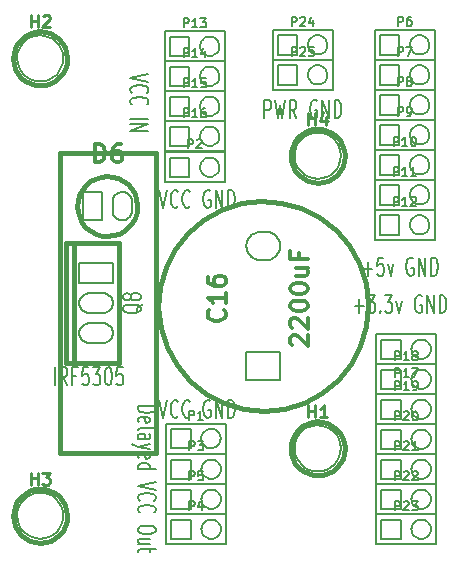
<source format=gto>
G04 (created by PCBNEW-RS274X (2011-07-08 BZR 3044)-stable) date 2012-09-13 22:15:06*
G01*
G70*
G90*
%MOIN*%
G04 Gerber Fmt 3.4, Leading zero omitted, Abs format*
%FSLAX34Y34*%
G04 APERTURE LIST*
%ADD10C,0.006000*%
%ADD11C,0.007900*%
%ADD12C,0.015000*%
%ADD13C,0.008000*%
%ADD14C,0.012000*%
%ADD15C,0.010000*%
G04 APERTURE END LIST*
G54D10*
G54D11*
X48731Y-33264D02*
X49031Y-33264D01*
X48881Y-33493D02*
X48881Y-33036D01*
X49181Y-32893D02*
X49425Y-32893D01*
X49294Y-33121D01*
X49350Y-33121D01*
X49388Y-33150D01*
X49406Y-33179D01*
X49425Y-33236D01*
X49425Y-33379D01*
X49406Y-33436D01*
X49388Y-33464D01*
X49350Y-33493D01*
X49238Y-33493D01*
X49200Y-33464D01*
X49181Y-33436D01*
X49594Y-33436D02*
X49613Y-33464D01*
X49594Y-33493D01*
X49575Y-33464D01*
X49594Y-33436D01*
X49594Y-33493D01*
X49744Y-32893D02*
X49988Y-32893D01*
X49857Y-33121D01*
X49913Y-33121D01*
X49951Y-33150D01*
X49969Y-33179D01*
X49988Y-33236D01*
X49988Y-33379D01*
X49969Y-33436D01*
X49951Y-33464D01*
X49913Y-33493D01*
X49801Y-33493D01*
X49763Y-33464D01*
X49744Y-33436D01*
X50119Y-33093D02*
X50213Y-33493D01*
X50307Y-33093D01*
X50963Y-32921D02*
X50926Y-32893D01*
X50869Y-32893D01*
X50813Y-32921D01*
X50776Y-32979D01*
X50757Y-33036D01*
X50738Y-33150D01*
X50738Y-33236D01*
X50757Y-33350D01*
X50776Y-33407D01*
X50813Y-33464D01*
X50869Y-33493D01*
X50907Y-33493D01*
X50963Y-33464D01*
X50982Y-33436D01*
X50982Y-33236D01*
X50907Y-33236D01*
X51151Y-33493D02*
X51151Y-32893D01*
X51376Y-33493D01*
X51376Y-32893D01*
X51564Y-33493D02*
X51564Y-32893D01*
X51658Y-32893D01*
X51714Y-32921D01*
X51751Y-32979D01*
X51770Y-33036D01*
X51789Y-33150D01*
X51789Y-33236D01*
X51770Y-33350D01*
X51751Y-33407D01*
X51714Y-33464D01*
X51658Y-33493D01*
X51564Y-33493D01*
X49012Y-32014D02*
X49312Y-32014D01*
X49162Y-32243D02*
X49162Y-31786D01*
X49687Y-31643D02*
X49500Y-31643D01*
X49481Y-31929D01*
X49500Y-31900D01*
X49537Y-31871D01*
X49631Y-31871D01*
X49669Y-31900D01*
X49687Y-31929D01*
X49706Y-31986D01*
X49706Y-32129D01*
X49687Y-32186D01*
X49669Y-32214D01*
X49631Y-32243D01*
X49537Y-32243D01*
X49500Y-32214D01*
X49481Y-32186D01*
X49837Y-31843D02*
X49931Y-32243D01*
X50025Y-31843D01*
X50681Y-31671D02*
X50644Y-31643D01*
X50587Y-31643D01*
X50531Y-31671D01*
X50494Y-31729D01*
X50475Y-31786D01*
X50456Y-31900D01*
X50456Y-31986D01*
X50475Y-32100D01*
X50494Y-32157D01*
X50531Y-32214D01*
X50587Y-32243D01*
X50625Y-32243D01*
X50681Y-32214D01*
X50700Y-32186D01*
X50700Y-31986D01*
X50625Y-31986D01*
X50869Y-32243D02*
X50869Y-31643D01*
X51094Y-32243D01*
X51094Y-31643D01*
X51282Y-32243D02*
X51282Y-31643D01*
X51376Y-31643D01*
X51432Y-31671D01*
X51469Y-31729D01*
X51488Y-31786D01*
X51507Y-31900D01*
X51507Y-31986D01*
X51488Y-32100D01*
X51469Y-32157D01*
X51432Y-32214D01*
X51376Y-32243D01*
X51282Y-32243D01*
X45725Y-26993D02*
X45725Y-26393D01*
X45875Y-26393D01*
X45912Y-26421D01*
X45931Y-26450D01*
X45950Y-26507D01*
X45950Y-26593D01*
X45931Y-26650D01*
X45912Y-26679D01*
X45875Y-26707D01*
X45725Y-26707D01*
X46081Y-26393D02*
X46175Y-26993D01*
X46250Y-26564D01*
X46325Y-26993D01*
X46419Y-26393D01*
X46794Y-26993D02*
X46663Y-26707D01*
X46569Y-26993D02*
X46569Y-26393D01*
X46719Y-26393D01*
X46756Y-26421D01*
X46775Y-26450D01*
X46794Y-26507D01*
X46794Y-26593D01*
X46775Y-26650D01*
X46756Y-26679D01*
X46719Y-26707D01*
X46569Y-26707D01*
X47469Y-26421D02*
X47432Y-26393D01*
X47375Y-26393D01*
X47319Y-26421D01*
X47282Y-26479D01*
X47263Y-26536D01*
X47244Y-26650D01*
X47244Y-26736D01*
X47263Y-26850D01*
X47282Y-26907D01*
X47319Y-26964D01*
X47375Y-26993D01*
X47413Y-26993D01*
X47469Y-26964D01*
X47488Y-26936D01*
X47488Y-26736D01*
X47413Y-26736D01*
X47657Y-26993D02*
X47657Y-26393D01*
X47882Y-26993D01*
X47882Y-26393D01*
X48070Y-26993D02*
X48070Y-26393D01*
X48164Y-26393D01*
X48220Y-26421D01*
X48257Y-26479D01*
X48276Y-26536D01*
X48295Y-26650D01*
X48295Y-26736D01*
X48276Y-26850D01*
X48257Y-26907D01*
X48220Y-26964D01*
X48164Y-26993D01*
X48070Y-26993D01*
X41507Y-36590D02*
X42107Y-36590D01*
X42107Y-36684D01*
X42079Y-36740D01*
X42021Y-36777D01*
X41964Y-36796D01*
X41850Y-36815D01*
X41764Y-36815D01*
X41650Y-36796D01*
X41593Y-36777D01*
X41536Y-36740D01*
X41507Y-36684D01*
X41507Y-36590D01*
X41536Y-37134D02*
X41507Y-37096D01*
X41507Y-37021D01*
X41536Y-36984D01*
X41593Y-36965D01*
X41821Y-36965D01*
X41879Y-36984D01*
X41907Y-37021D01*
X41907Y-37096D01*
X41879Y-37134D01*
X41821Y-37153D01*
X41764Y-37153D01*
X41707Y-36965D01*
X41507Y-37378D02*
X41536Y-37341D01*
X41593Y-37322D01*
X42107Y-37322D01*
X41507Y-37697D02*
X41821Y-37697D01*
X41879Y-37678D01*
X41907Y-37640D01*
X41907Y-37565D01*
X41879Y-37528D01*
X41536Y-37697D02*
X41507Y-37659D01*
X41507Y-37565D01*
X41536Y-37528D01*
X41593Y-37509D01*
X41650Y-37509D01*
X41707Y-37528D01*
X41736Y-37565D01*
X41736Y-37659D01*
X41764Y-37697D01*
X41907Y-37846D02*
X41507Y-37940D01*
X41907Y-38034D02*
X41507Y-37940D01*
X41364Y-37903D01*
X41336Y-37884D01*
X41307Y-37846D01*
X41536Y-38334D02*
X41507Y-38296D01*
X41507Y-38221D01*
X41536Y-38184D01*
X41593Y-38165D01*
X41821Y-38165D01*
X41879Y-38184D01*
X41907Y-38221D01*
X41907Y-38296D01*
X41879Y-38334D01*
X41821Y-38353D01*
X41764Y-38353D01*
X41707Y-38165D01*
X41507Y-38691D02*
X42107Y-38691D01*
X41536Y-38691D02*
X41507Y-38653D01*
X41507Y-38578D01*
X41536Y-38541D01*
X41564Y-38522D01*
X41621Y-38503D01*
X41793Y-38503D01*
X41850Y-38522D01*
X41879Y-38541D01*
X41907Y-38578D01*
X41907Y-38653D01*
X41879Y-38691D01*
X42107Y-39122D02*
X41507Y-39253D01*
X42107Y-39384D01*
X41564Y-39741D02*
X41536Y-39722D01*
X41507Y-39666D01*
X41507Y-39628D01*
X41536Y-39572D01*
X41593Y-39535D01*
X41650Y-39516D01*
X41764Y-39497D01*
X41850Y-39497D01*
X41964Y-39516D01*
X42021Y-39535D01*
X42079Y-39572D01*
X42107Y-39628D01*
X42107Y-39666D01*
X42079Y-39722D01*
X42050Y-39741D01*
X41564Y-40135D02*
X41536Y-40116D01*
X41507Y-40060D01*
X41507Y-40022D01*
X41536Y-39966D01*
X41593Y-39929D01*
X41650Y-39910D01*
X41764Y-39891D01*
X41850Y-39891D01*
X41964Y-39910D01*
X42021Y-39929D01*
X42079Y-39966D01*
X42107Y-40022D01*
X42107Y-40060D01*
X42079Y-40116D01*
X42050Y-40135D01*
X42107Y-40679D02*
X42107Y-40754D01*
X42079Y-40791D01*
X42021Y-40829D01*
X41907Y-40848D01*
X41707Y-40848D01*
X41593Y-40829D01*
X41536Y-40791D01*
X41507Y-40754D01*
X41507Y-40679D01*
X41536Y-40641D01*
X41593Y-40604D01*
X41707Y-40585D01*
X41907Y-40585D01*
X42021Y-40604D01*
X42079Y-40641D01*
X42107Y-40679D01*
X41907Y-41186D02*
X41507Y-41186D01*
X41907Y-41017D02*
X41593Y-41017D01*
X41536Y-41036D01*
X41507Y-41073D01*
X41507Y-41129D01*
X41536Y-41167D01*
X41564Y-41186D01*
X41907Y-41317D02*
X41907Y-41467D01*
X42107Y-41373D02*
X41593Y-41373D01*
X41536Y-41392D01*
X41507Y-41429D01*
X41507Y-41467D01*
X42225Y-36398D02*
X42356Y-36989D01*
X42487Y-36398D01*
X42844Y-36932D02*
X42825Y-36961D01*
X42769Y-36989D01*
X42731Y-36989D01*
X42675Y-36961D01*
X42638Y-36904D01*
X42619Y-36848D01*
X42600Y-36735D01*
X42600Y-36651D01*
X42619Y-36538D01*
X42638Y-36482D01*
X42675Y-36426D01*
X42731Y-36398D01*
X42769Y-36398D01*
X42825Y-36426D01*
X42844Y-36454D01*
X43238Y-36932D02*
X43219Y-36961D01*
X43163Y-36989D01*
X43125Y-36989D01*
X43069Y-36961D01*
X43032Y-36904D01*
X43013Y-36848D01*
X42994Y-36735D01*
X42994Y-36651D01*
X43013Y-36538D01*
X43032Y-36482D01*
X43069Y-36426D01*
X43125Y-36398D01*
X43163Y-36398D01*
X43219Y-36426D01*
X43238Y-36454D01*
X43913Y-36426D02*
X43876Y-36398D01*
X43819Y-36398D01*
X43763Y-36426D01*
X43726Y-36482D01*
X43707Y-36538D01*
X43688Y-36651D01*
X43688Y-36735D01*
X43707Y-36848D01*
X43726Y-36904D01*
X43763Y-36961D01*
X43819Y-36989D01*
X43857Y-36989D01*
X43913Y-36961D01*
X43932Y-36932D01*
X43932Y-36735D01*
X43857Y-36735D01*
X44101Y-36989D02*
X44101Y-36398D01*
X44326Y-36989D01*
X44326Y-36398D01*
X44514Y-36989D02*
X44514Y-36398D01*
X44608Y-36398D01*
X44664Y-36426D01*
X44701Y-36482D01*
X44720Y-36538D01*
X44739Y-36651D01*
X44739Y-36735D01*
X44720Y-36848D01*
X44701Y-36904D01*
X44664Y-36961D01*
X44608Y-36989D01*
X44514Y-36989D01*
X41857Y-25525D02*
X41257Y-25656D01*
X41857Y-25787D01*
X41314Y-26144D02*
X41286Y-26125D01*
X41257Y-26069D01*
X41257Y-26031D01*
X41286Y-25975D01*
X41343Y-25938D01*
X41400Y-25919D01*
X41514Y-25900D01*
X41600Y-25900D01*
X41714Y-25919D01*
X41771Y-25938D01*
X41829Y-25975D01*
X41857Y-26031D01*
X41857Y-26069D01*
X41829Y-26125D01*
X41800Y-26144D01*
X41314Y-26538D02*
X41286Y-26519D01*
X41257Y-26463D01*
X41257Y-26425D01*
X41286Y-26369D01*
X41343Y-26332D01*
X41400Y-26313D01*
X41514Y-26294D01*
X41600Y-26294D01*
X41714Y-26313D01*
X41771Y-26332D01*
X41829Y-26369D01*
X41857Y-26425D01*
X41857Y-26463D01*
X41829Y-26519D01*
X41800Y-26538D01*
X41257Y-27007D02*
X41857Y-27007D01*
X41257Y-27195D02*
X41857Y-27195D01*
X41257Y-27420D01*
X41857Y-27420D01*
X42225Y-29398D02*
X42356Y-29989D01*
X42487Y-29398D01*
X42844Y-29932D02*
X42825Y-29961D01*
X42769Y-29989D01*
X42731Y-29989D01*
X42675Y-29961D01*
X42638Y-29904D01*
X42619Y-29848D01*
X42600Y-29735D01*
X42600Y-29651D01*
X42619Y-29538D01*
X42638Y-29482D01*
X42675Y-29426D01*
X42731Y-29398D01*
X42769Y-29398D01*
X42825Y-29426D01*
X42844Y-29454D01*
X43238Y-29932D02*
X43219Y-29961D01*
X43163Y-29989D01*
X43125Y-29989D01*
X43069Y-29961D01*
X43032Y-29904D01*
X43013Y-29848D01*
X42994Y-29735D01*
X42994Y-29651D01*
X43013Y-29538D01*
X43032Y-29482D01*
X43069Y-29426D01*
X43125Y-29398D01*
X43163Y-29398D01*
X43219Y-29426D01*
X43238Y-29454D01*
X43913Y-29426D02*
X43876Y-29398D01*
X43819Y-29398D01*
X43763Y-29426D01*
X43726Y-29482D01*
X43707Y-29538D01*
X43688Y-29651D01*
X43688Y-29735D01*
X43707Y-29848D01*
X43726Y-29904D01*
X43763Y-29961D01*
X43819Y-29989D01*
X43857Y-29989D01*
X43913Y-29961D01*
X43932Y-29932D01*
X43932Y-29735D01*
X43857Y-29735D01*
X44101Y-29989D02*
X44101Y-29398D01*
X44326Y-29989D01*
X44326Y-29398D01*
X44514Y-29989D02*
X44514Y-29398D01*
X44608Y-29398D01*
X44664Y-29426D01*
X44701Y-29482D01*
X44720Y-29538D01*
X44739Y-29651D01*
X44739Y-29735D01*
X44720Y-29848D01*
X44701Y-29904D01*
X44664Y-29961D01*
X44608Y-29989D01*
X44514Y-29989D01*
G54D12*
X42116Y-38156D02*
X42116Y-28156D01*
X38916Y-38156D02*
X38916Y-28156D01*
X38916Y-38156D02*
X42116Y-38156D01*
X42116Y-28156D02*
X38916Y-28156D01*
X39366Y-35156D02*
X39116Y-35156D01*
X39116Y-35156D02*
X39116Y-31156D01*
X39116Y-31156D02*
X39366Y-31156D01*
X40866Y-35156D02*
X39366Y-35156D01*
X39366Y-35156D02*
X39366Y-31156D01*
X39366Y-31156D02*
X40866Y-31156D01*
X40866Y-31156D02*
X40866Y-35156D01*
X49186Y-33254D02*
X49119Y-33933D01*
X48921Y-34587D01*
X48601Y-35190D01*
X48169Y-35720D01*
X47643Y-36155D01*
X47042Y-36480D01*
X46389Y-36682D01*
X45710Y-36753D01*
X45031Y-36692D01*
X44375Y-36499D01*
X43770Y-36182D01*
X43238Y-35754D01*
X42799Y-35231D01*
X42470Y-34632D01*
X42263Y-33981D01*
X42187Y-33302D01*
X42244Y-32623D01*
X42432Y-31966D01*
X42745Y-31359D01*
X43169Y-30823D01*
X43689Y-30380D01*
X44285Y-30047D01*
X44935Y-29836D01*
X45613Y-29755D01*
X46293Y-29808D01*
X46951Y-29991D01*
X47561Y-30299D01*
X48099Y-30720D01*
X48546Y-31237D01*
X48883Y-31831D01*
X49099Y-32479D01*
X49184Y-33157D01*
X49186Y-33254D01*
X41486Y-29926D02*
X41466Y-30120D01*
X41410Y-30307D01*
X41318Y-30479D01*
X41195Y-30630D01*
X41045Y-30755D01*
X40873Y-30847D01*
X40687Y-30905D01*
X40492Y-30925D01*
X40299Y-30908D01*
X40112Y-30853D01*
X39939Y-30762D01*
X39787Y-30640D01*
X39661Y-30490D01*
X39567Y-30319D01*
X39508Y-30133D01*
X39487Y-29939D01*
X39503Y-29746D01*
X39557Y-29558D01*
X39646Y-29385D01*
X39767Y-29232D01*
X39916Y-29105D01*
X40086Y-29010D01*
X40272Y-28950D01*
X40466Y-28927D01*
X40659Y-28942D01*
X40847Y-28994D01*
X41021Y-29082D01*
X41175Y-29202D01*
X41303Y-29350D01*
X41399Y-29520D01*
X41461Y-29705D01*
X41485Y-29899D01*
X41486Y-29926D01*
X48400Y-38000D02*
X48382Y-38174D01*
X48332Y-38342D01*
X48249Y-38498D01*
X48138Y-38634D01*
X48003Y-38746D01*
X47848Y-38829D01*
X47680Y-38881D01*
X47506Y-38899D01*
X47332Y-38884D01*
X47163Y-38834D01*
X47008Y-38753D01*
X46871Y-38643D01*
X46758Y-38508D01*
X46673Y-38354D01*
X46620Y-38187D01*
X46601Y-38012D01*
X46615Y-37838D01*
X46664Y-37669D01*
X46744Y-37513D01*
X46853Y-37375D01*
X46987Y-37261D01*
X47140Y-37176D01*
X47307Y-37121D01*
X47482Y-37101D01*
X47656Y-37114D01*
X47825Y-37161D01*
X47982Y-37241D01*
X48120Y-37349D01*
X48235Y-37482D01*
X48322Y-37634D01*
X48377Y-37801D01*
X48399Y-37975D01*
X48400Y-38000D01*
X39150Y-25000D02*
X39132Y-25174D01*
X39082Y-25342D01*
X38999Y-25498D01*
X38888Y-25634D01*
X38753Y-25746D01*
X38598Y-25829D01*
X38430Y-25881D01*
X38256Y-25899D01*
X38082Y-25884D01*
X37913Y-25834D01*
X37758Y-25753D01*
X37621Y-25643D01*
X37508Y-25508D01*
X37423Y-25354D01*
X37370Y-25187D01*
X37351Y-25012D01*
X37365Y-24838D01*
X37414Y-24669D01*
X37494Y-24513D01*
X37603Y-24375D01*
X37737Y-24261D01*
X37890Y-24176D01*
X38057Y-24121D01*
X38232Y-24101D01*
X38406Y-24114D01*
X38575Y-24161D01*
X38732Y-24241D01*
X38870Y-24349D01*
X38985Y-24482D01*
X39072Y-24634D01*
X39127Y-24801D01*
X39149Y-24975D01*
X39150Y-25000D01*
X39150Y-40250D02*
X39132Y-40424D01*
X39082Y-40592D01*
X38999Y-40748D01*
X38888Y-40884D01*
X38753Y-40996D01*
X38598Y-41079D01*
X38430Y-41131D01*
X38256Y-41149D01*
X38082Y-41134D01*
X37913Y-41084D01*
X37758Y-41003D01*
X37621Y-40893D01*
X37508Y-40758D01*
X37423Y-40604D01*
X37370Y-40437D01*
X37351Y-40262D01*
X37365Y-40088D01*
X37414Y-39919D01*
X37494Y-39763D01*
X37603Y-39625D01*
X37737Y-39511D01*
X37890Y-39426D01*
X38057Y-39371D01*
X38232Y-39351D01*
X38406Y-39364D01*
X38575Y-39411D01*
X38732Y-39491D01*
X38870Y-39599D01*
X38985Y-39732D01*
X39072Y-39884D01*
X39127Y-40051D01*
X39149Y-40225D01*
X39150Y-40250D01*
X48400Y-28250D02*
X48382Y-28424D01*
X48332Y-28592D01*
X48249Y-28748D01*
X48138Y-28884D01*
X48003Y-28996D01*
X47848Y-29079D01*
X47680Y-29131D01*
X47506Y-29149D01*
X47332Y-29134D01*
X47163Y-29084D01*
X47008Y-29003D01*
X46871Y-28893D01*
X46758Y-28758D01*
X46673Y-28604D01*
X46620Y-28437D01*
X46601Y-28262D01*
X46615Y-28088D01*
X46664Y-27919D01*
X46744Y-27763D01*
X46853Y-27625D01*
X46987Y-27511D01*
X47140Y-27426D01*
X47307Y-27371D01*
X47482Y-27351D01*
X47656Y-27364D01*
X47825Y-27411D01*
X47982Y-27491D01*
X48120Y-27599D01*
X48235Y-27732D01*
X48322Y-27884D01*
X48377Y-28051D01*
X48399Y-28225D01*
X48400Y-28250D01*
G54D10*
X42442Y-38174D02*
X42442Y-37174D01*
X42442Y-37174D02*
X44442Y-37174D01*
X44442Y-37174D02*
X44442Y-38174D01*
X44442Y-38174D02*
X42442Y-38174D01*
X42398Y-29132D02*
X42398Y-28132D01*
X42398Y-28132D02*
X44398Y-28132D01*
X44398Y-28132D02*
X44398Y-29132D01*
X44398Y-29132D02*
X42398Y-29132D01*
X46000Y-26050D02*
X46000Y-25050D01*
X46000Y-25050D02*
X48000Y-25050D01*
X48000Y-25050D02*
X48000Y-26050D01*
X48000Y-26050D02*
X46000Y-26050D01*
X46000Y-25050D02*
X46000Y-24050D01*
X46000Y-24050D02*
X48000Y-24050D01*
X48000Y-24050D02*
X48000Y-25050D01*
X48000Y-25050D02*
X46000Y-25050D01*
X49450Y-41200D02*
X49450Y-40200D01*
X49450Y-40200D02*
X51450Y-40200D01*
X51450Y-40200D02*
X51450Y-41200D01*
X51450Y-41200D02*
X49450Y-41200D01*
X49450Y-40200D02*
X49450Y-39200D01*
X49450Y-39200D02*
X51450Y-39200D01*
X51450Y-39200D02*
X51450Y-40200D01*
X51450Y-40200D02*
X49450Y-40200D01*
X49450Y-39200D02*
X49450Y-38200D01*
X49450Y-38200D02*
X51450Y-38200D01*
X51450Y-38200D02*
X51450Y-39200D01*
X51450Y-39200D02*
X49450Y-39200D01*
X49450Y-38200D02*
X49450Y-37200D01*
X49450Y-37200D02*
X51450Y-37200D01*
X51450Y-37200D02*
X51450Y-38200D01*
X51450Y-38200D02*
X49450Y-38200D01*
X49450Y-37200D02*
X49450Y-36200D01*
X49450Y-36200D02*
X51450Y-36200D01*
X51450Y-36200D02*
X51450Y-37200D01*
X51450Y-37200D02*
X49450Y-37200D01*
X49450Y-36200D02*
X49450Y-35200D01*
X49450Y-35200D02*
X51450Y-35200D01*
X51450Y-35200D02*
X51450Y-36200D01*
X51450Y-36200D02*
X49450Y-36200D01*
X49450Y-35200D02*
X49450Y-34200D01*
X49450Y-34200D02*
X51450Y-34200D01*
X51450Y-34200D02*
X51450Y-35200D01*
X51450Y-35200D02*
X49450Y-35200D01*
X42400Y-28100D02*
X42400Y-27100D01*
X42400Y-27100D02*
X44400Y-27100D01*
X44400Y-27100D02*
X44400Y-28100D01*
X44400Y-28100D02*
X42400Y-28100D01*
X42400Y-27100D02*
X42400Y-26100D01*
X42400Y-26100D02*
X44400Y-26100D01*
X44400Y-26100D02*
X44400Y-27100D01*
X44400Y-27100D02*
X42400Y-27100D01*
X42400Y-26100D02*
X42400Y-25100D01*
X42400Y-25100D02*
X44400Y-25100D01*
X44400Y-25100D02*
X44400Y-26100D01*
X44400Y-26100D02*
X42400Y-26100D01*
X42400Y-25100D02*
X42400Y-24100D01*
X42400Y-24100D02*
X44400Y-24100D01*
X44400Y-24100D02*
X44400Y-25100D01*
X44400Y-25100D02*
X42400Y-25100D01*
X49400Y-31050D02*
X49400Y-30050D01*
X49400Y-30050D02*
X51400Y-30050D01*
X51400Y-30050D02*
X51400Y-31050D01*
X51400Y-31050D02*
X49400Y-31050D01*
X49400Y-30050D02*
X49400Y-29050D01*
X49400Y-29050D02*
X51400Y-29050D01*
X51400Y-29050D02*
X51400Y-30050D01*
X51400Y-30050D02*
X49400Y-30050D01*
X49400Y-29050D02*
X49400Y-28050D01*
X49400Y-28050D02*
X51400Y-28050D01*
X51400Y-28050D02*
X51400Y-29050D01*
X51400Y-29050D02*
X49400Y-29050D01*
X49400Y-28050D02*
X49400Y-27050D01*
X49400Y-27050D02*
X51400Y-27050D01*
X51400Y-27050D02*
X51400Y-28050D01*
X51400Y-28050D02*
X49400Y-28050D01*
X49400Y-27050D02*
X49400Y-26050D01*
X49400Y-26050D02*
X51400Y-26050D01*
X51400Y-26050D02*
X51400Y-27050D01*
X51400Y-27050D02*
X49400Y-27050D01*
X49400Y-26050D02*
X49400Y-25050D01*
X49400Y-25050D02*
X51400Y-25050D01*
X51400Y-25050D02*
X51400Y-26050D01*
X51400Y-26050D02*
X49400Y-26050D01*
X49400Y-25050D02*
X49400Y-24050D01*
X49400Y-24050D02*
X51400Y-24050D01*
X51400Y-24050D02*
X51400Y-25050D01*
X51400Y-25050D02*
X49400Y-25050D01*
X42450Y-40200D02*
X42450Y-39200D01*
X42450Y-39200D02*
X44450Y-39200D01*
X44450Y-39200D02*
X44450Y-40200D01*
X44450Y-40200D02*
X42450Y-40200D01*
X42450Y-41200D02*
X42450Y-40200D01*
X42450Y-40200D02*
X44450Y-40200D01*
X44450Y-40200D02*
X44450Y-41200D01*
X44450Y-41200D02*
X42450Y-41200D01*
X42450Y-39200D02*
X42450Y-38200D01*
X42450Y-38200D02*
X44450Y-38200D01*
X44450Y-38200D02*
X44450Y-39200D01*
X44450Y-39200D02*
X42450Y-39200D01*
X40352Y-33832D02*
X39880Y-33832D01*
X40352Y-34480D02*
X39880Y-34480D01*
X39880Y-33832D02*
X39852Y-33834D01*
X39824Y-33837D01*
X39797Y-33844D01*
X39770Y-33852D01*
X39744Y-33863D01*
X39719Y-33876D01*
X39695Y-33891D01*
X39672Y-33908D01*
X39651Y-33927D01*
X39632Y-33948D01*
X39615Y-33971D01*
X39600Y-33995D01*
X39587Y-34020D01*
X39576Y-34046D01*
X39568Y-34073D01*
X39561Y-34100D01*
X39558Y-34128D01*
X39556Y-34156D01*
X39558Y-34184D01*
X39561Y-34212D01*
X39568Y-34239D01*
X39576Y-34266D01*
X39587Y-34292D01*
X39600Y-34317D01*
X39615Y-34341D01*
X39632Y-34364D01*
X39651Y-34385D01*
X39672Y-34404D01*
X39695Y-34421D01*
X39719Y-34436D01*
X39744Y-34449D01*
X39770Y-34460D01*
X39797Y-34468D01*
X39824Y-34475D01*
X39852Y-34478D01*
X39880Y-34480D01*
X40352Y-34480D02*
X40380Y-34478D01*
X40408Y-34475D01*
X40435Y-34468D01*
X40462Y-34460D01*
X40488Y-34449D01*
X40514Y-34436D01*
X40537Y-34421D01*
X40560Y-34404D01*
X40581Y-34385D01*
X40600Y-34364D01*
X40617Y-34341D01*
X40632Y-34318D01*
X40645Y-34292D01*
X40656Y-34266D01*
X40664Y-34239D01*
X40671Y-34212D01*
X40674Y-34184D01*
X40676Y-34156D01*
X40674Y-34128D01*
X40671Y-34100D01*
X40664Y-34073D01*
X40656Y-34046D01*
X40645Y-34020D01*
X40632Y-33994D01*
X40617Y-33971D01*
X40600Y-33948D01*
X40581Y-33927D01*
X40560Y-33908D01*
X40537Y-33891D01*
X40514Y-33876D01*
X40488Y-33863D01*
X40462Y-33852D01*
X40435Y-33844D01*
X40408Y-33837D01*
X40380Y-33834D01*
X40352Y-33832D01*
X40352Y-32832D02*
X39880Y-32832D01*
X40352Y-33480D02*
X39880Y-33480D01*
X39880Y-32832D02*
X39852Y-32834D01*
X39824Y-32837D01*
X39797Y-32844D01*
X39770Y-32852D01*
X39744Y-32863D01*
X39719Y-32876D01*
X39695Y-32891D01*
X39672Y-32908D01*
X39651Y-32927D01*
X39632Y-32948D01*
X39615Y-32971D01*
X39600Y-32995D01*
X39587Y-33020D01*
X39576Y-33046D01*
X39568Y-33073D01*
X39561Y-33100D01*
X39558Y-33128D01*
X39556Y-33156D01*
X39558Y-33184D01*
X39561Y-33212D01*
X39568Y-33239D01*
X39576Y-33266D01*
X39587Y-33292D01*
X39600Y-33317D01*
X39615Y-33341D01*
X39632Y-33364D01*
X39651Y-33385D01*
X39672Y-33404D01*
X39695Y-33421D01*
X39719Y-33436D01*
X39744Y-33449D01*
X39770Y-33460D01*
X39797Y-33468D01*
X39824Y-33475D01*
X39852Y-33478D01*
X39880Y-33480D01*
X40352Y-33480D02*
X40380Y-33478D01*
X40408Y-33475D01*
X40435Y-33468D01*
X40462Y-33460D01*
X40488Y-33449D01*
X40514Y-33436D01*
X40537Y-33421D01*
X40560Y-33404D01*
X40581Y-33385D01*
X40600Y-33364D01*
X40617Y-33341D01*
X40632Y-33318D01*
X40645Y-33292D01*
X40656Y-33266D01*
X40664Y-33239D01*
X40671Y-33212D01*
X40674Y-33184D01*
X40676Y-33156D01*
X40674Y-33128D01*
X40671Y-33100D01*
X40664Y-33073D01*
X40656Y-33046D01*
X40645Y-33020D01*
X40632Y-32994D01*
X40617Y-32971D01*
X40600Y-32948D01*
X40581Y-32927D01*
X40560Y-32908D01*
X40537Y-32891D01*
X40514Y-32876D01*
X40488Y-32863D01*
X40462Y-32852D01*
X40435Y-32844D01*
X40408Y-32837D01*
X40380Y-32834D01*
X40352Y-32832D01*
X39556Y-31832D02*
X39556Y-32480D01*
X40676Y-32480D01*
X40676Y-31832D01*
X39556Y-31832D01*
X45126Y-34784D02*
X45126Y-35724D01*
X46246Y-35724D01*
X46246Y-34784D01*
X45126Y-34784D01*
X45596Y-31724D02*
X45776Y-31724D01*
X45596Y-30784D02*
X45776Y-30784D01*
X45776Y-31724D02*
X45816Y-31722D01*
X45857Y-31716D01*
X45897Y-31707D01*
X45936Y-31695D01*
X45974Y-31679D01*
X46011Y-31661D01*
X46045Y-31639D01*
X46078Y-31614D01*
X46108Y-31586D01*
X46136Y-31556D01*
X46161Y-31523D01*
X46183Y-31489D01*
X46201Y-31452D01*
X46217Y-31414D01*
X46229Y-31375D01*
X46238Y-31335D01*
X46244Y-31294D01*
X46246Y-31254D01*
X46244Y-31214D01*
X46238Y-31173D01*
X46229Y-31133D01*
X46217Y-31094D01*
X46201Y-31056D01*
X46183Y-31019D01*
X46161Y-30985D01*
X46136Y-30952D01*
X46108Y-30922D01*
X46078Y-30894D01*
X46045Y-30869D01*
X46011Y-30847D01*
X45974Y-30829D01*
X45936Y-30813D01*
X45897Y-30801D01*
X45857Y-30792D01*
X45816Y-30786D01*
X45776Y-30784D01*
X45596Y-30784D02*
X45556Y-30786D01*
X45515Y-30792D01*
X45475Y-30801D01*
X45436Y-30813D01*
X45398Y-30829D01*
X45362Y-30847D01*
X45327Y-30869D01*
X45294Y-30894D01*
X45264Y-30922D01*
X45236Y-30952D01*
X45211Y-30985D01*
X45189Y-31020D01*
X45171Y-31056D01*
X45155Y-31094D01*
X45143Y-31133D01*
X45134Y-31173D01*
X45128Y-31214D01*
X45126Y-31254D01*
X45128Y-31294D01*
X45134Y-31335D01*
X45143Y-31375D01*
X45155Y-31414D01*
X45171Y-31452D01*
X45189Y-31488D01*
X45211Y-31523D01*
X45236Y-31556D01*
X45264Y-31586D01*
X45294Y-31614D01*
X45327Y-31639D01*
X45361Y-31661D01*
X45398Y-31679D01*
X45436Y-31695D01*
X45475Y-31707D01*
X45515Y-31716D01*
X45556Y-31722D01*
X45596Y-31724D01*
X39662Y-29456D02*
X39662Y-30396D01*
X40310Y-30396D01*
X40310Y-29456D01*
X39662Y-29456D01*
X40662Y-29781D02*
X40662Y-30071D01*
X41310Y-29781D02*
X41310Y-30071D01*
X40662Y-30071D02*
X40664Y-30099D01*
X40667Y-30127D01*
X40674Y-30154D01*
X40682Y-30181D01*
X40693Y-30207D01*
X40706Y-30232D01*
X40721Y-30256D01*
X40738Y-30279D01*
X40757Y-30300D01*
X40778Y-30319D01*
X40801Y-30336D01*
X40824Y-30351D01*
X40850Y-30364D01*
X40876Y-30375D01*
X40903Y-30383D01*
X40930Y-30390D01*
X40958Y-30393D01*
X40986Y-30395D01*
X41014Y-30393D01*
X41042Y-30390D01*
X41069Y-30383D01*
X41096Y-30375D01*
X41122Y-30364D01*
X41148Y-30351D01*
X41171Y-30336D01*
X41194Y-30319D01*
X41215Y-30300D01*
X41234Y-30279D01*
X41251Y-30256D01*
X41266Y-30233D01*
X41279Y-30207D01*
X41290Y-30181D01*
X41298Y-30154D01*
X41305Y-30127D01*
X41308Y-30099D01*
X41310Y-30071D01*
X41310Y-29781D02*
X41308Y-29753D01*
X41305Y-29725D01*
X41298Y-29698D01*
X41290Y-29671D01*
X41279Y-29645D01*
X41266Y-29620D01*
X41251Y-29596D01*
X41234Y-29573D01*
X41215Y-29552D01*
X41194Y-29533D01*
X41171Y-29516D01*
X41148Y-29501D01*
X41122Y-29488D01*
X41096Y-29477D01*
X41069Y-29469D01*
X41042Y-29462D01*
X41014Y-29459D01*
X40986Y-29457D01*
X40958Y-29459D01*
X40930Y-29462D01*
X40903Y-29469D01*
X40876Y-29477D01*
X40850Y-29488D01*
X40825Y-29501D01*
X40801Y-29516D01*
X40778Y-29533D01*
X40757Y-29552D01*
X40738Y-29573D01*
X40721Y-29596D01*
X40706Y-29620D01*
X40693Y-29645D01*
X40682Y-29671D01*
X40674Y-29698D01*
X40667Y-29725D01*
X40664Y-29753D01*
X40662Y-29781D01*
X48270Y-38000D02*
X48255Y-38149D01*
X48211Y-38293D01*
X48141Y-38426D01*
X48046Y-38542D01*
X47930Y-38638D01*
X47798Y-38709D01*
X47654Y-38754D01*
X47505Y-38769D01*
X47356Y-38756D01*
X47212Y-38713D01*
X47079Y-38644D01*
X46962Y-38550D01*
X46865Y-38435D01*
X46793Y-38303D01*
X46747Y-38160D01*
X46731Y-38010D01*
X46743Y-37862D01*
X46785Y-37717D01*
X46853Y-37583D01*
X46947Y-37466D01*
X47061Y-37368D01*
X47192Y-37295D01*
X47335Y-37248D01*
X47484Y-37231D01*
X47633Y-37242D01*
X47778Y-37283D01*
X47912Y-37350D01*
X48031Y-37443D01*
X48129Y-37557D01*
X48203Y-37687D01*
X48250Y-37830D01*
X48269Y-37979D01*
X48270Y-38000D01*
X39020Y-25000D02*
X39005Y-25149D01*
X38961Y-25293D01*
X38891Y-25426D01*
X38796Y-25542D01*
X38680Y-25638D01*
X38548Y-25709D01*
X38404Y-25754D01*
X38255Y-25769D01*
X38106Y-25756D01*
X37962Y-25713D01*
X37829Y-25644D01*
X37712Y-25550D01*
X37615Y-25435D01*
X37543Y-25303D01*
X37497Y-25160D01*
X37481Y-25010D01*
X37493Y-24862D01*
X37535Y-24717D01*
X37603Y-24583D01*
X37697Y-24466D01*
X37811Y-24368D01*
X37942Y-24295D01*
X38085Y-24248D01*
X38234Y-24231D01*
X38383Y-24242D01*
X38528Y-24283D01*
X38662Y-24350D01*
X38781Y-24443D01*
X38879Y-24557D01*
X38953Y-24687D01*
X39000Y-24830D01*
X39019Y-24979D01*
X39020Y-25000D01*
X39020Y-40250D02*
X39005Y-40399D01*
X38961Y-40543D01*
X38891Y-40676D01*
X38796Y-40792D01*
X38680Y-40888D01*
X38548Y-40959D01*
X38404Y-41004D01*
X38255Y-41019D01*
X38106Y-41006D01*
X37962Y-40963D01*
X37829Y-40894D01*
X37712Y-40800D01*
X37615Y-40685D01*
X37543Y-40553D01*
X37497Y-40410D01*
X37481Y-40260D01*
X37493Y-40112D01*
X37535Y-39967D01*
X37603Y-39833D01*
X37697Y-39716D01*
X37811Y-39618D01*
X37942Y-39545D01*
X38085Y-39498D01*
X38234Y-39481D01*
X38383Y-39492D01*
X38528Y-39533D01*
X38662Y-39600D01*
X38781Y-39693D01*
X38879Y-39807D01*
X38953Y-39937D01*
X39000Y-40080D01*
X39019Y-40229D01*
X39020Y-40250D01*
X48270Y-28250D02*
X48255Y-28399D01*
X48211Y-28543D01*
X48141Y-28676D01*
X48046Y-28792D01*
X47930Y-28888D01*
X47798Y-28959D01*
X47654Y-29004D01*
X47505Y-29019D01*
X47356Y-29006D01*
X47212Y-28963D01*
X47079Y-28894D01*
X46962Y-28800D01*
X46865Y-28685D01*
X46793Y-28553D01*
X46747Y-28410D01*
X46731Y-28260D01*
X46743Y-28112D01*
X46785Y-27967D01*
X46853Y-27833D01*
X46947Y-27716D01*
X47061Y-27618D01*
X47192Y-27545D01*
X47335Y-27498D01*
X47484Y-27481D01*
X47633Y-27492D01*
X47778Y-27533D01*
X47912Y-27600D01*
X48031Y-27693D01*
X48129Y-27807D01*
X48203Y-27937D01*
X48250Y-28080D01*
X48269Y-28229D01*
X48270Y-28250D01*
X42618Y-37350D02*
X42618Y-37998D01*
X43266Y-37998D01*
X43266Y-37350D01*
X42618Y-37350D01*
X44266Y-37674D02*
X44259Y-37736D01*
X44241Y-37797D01*
X44211Y-37853D01*
X44171Y-37902D01*
X44123Y-37942D01*
X44067Y-37972D01*
X44007Y-37991D01*
X43944Y-37997D01*
X43882Y-37992D01*
X43821Y-37974D01*
X43765Y-37945D01*
X43716Y-37905D01*
X43675Y-37857D01*
X43645Y-37801D01*
X43626Y-37741D01*
X43619Y-37678D01*
X43624Y-37616D01*
X43641Y-37555D01*
X43670Y-37499D01*
X43709Y-37449D01*
X43758Y-37408D01*
X43813Y-37378D01*
X43873Y-37358D01*
X43936Y-37351D01*
X43998Y-37355D01*
X44059Y-37372D01*
X44115Y-37401D01*
X44165Y-37440D01*
X44206Y-37488D01*
X44237Y-37543D01*
X44257Y-37603D01*
X44265Y-37665D01*
X44266Y-37674D01*
X42574Y-28308D02*
X42574Y-28956D01*
X43222Y-28956D01*
X43222Y-28308D01*
X42574Y-28308D01*
X44222Y-28632D02*
X44215Y-28694D01*
X44197Y-28755D01*
X44167Y-28811D01*
X44127Y-28860D01*
X44079Y-28900D01*
X44023Y-28930D01*
X43963Y-28949D01*
X43900Y-28955D01*
X43838Y-28950D01*
X43777Y-28932D01*
X43721Y-28903D01*
X43672Y-28863D01*
X43631Y-28815D01*
X43601Y-28759D01*
X43582Y-28699D01*
X43575Y-28636D01*
X43580Y-28574D01*
X43597Y-28513D01*
X43626Y-28457D01*
X43665Y-28407D01*
X43714Y-28366D01*
X43769Y-28336D01*
X43829Y-28316D01*
X43892Y-28309D01*
X43954Y-28313D01*
X44015Y-28330D01*
X44071Y-28359D01*
X44121Y-28398D01*
X44162Y-28446D01*
X44193Y-28501D01*
X44213Y-28561D01*
X44221Y-28623D01*
X44222Y-28632D01*
X46176Y-25226D02*
X46176Y-25874D01*
X46824Y-25874D01*
X46824Y-25226D01*
X46176Y-25226D01*
X47824Y-25550D02*
X47817Y-25612D01*
X47799Y-25673D01*
X47769Y-25729D01*
X47729Y-25778D01*
X47681Y-25818D01*
X47625Y-25848D01*
X47565Y-25867D01*
X47502Y-25873D01*
X47440Y-25868D01*
X47379Y-25850D01*
X47323Y-25821D01*
X47274Y-25781D01*
X47233Y-25733D01*
X47203Y-25677D01*
X47184Y-25617D01*
X47177Y-25554D01*
X47182Y-25492D01*
X47199Y-25431D01*
X47228Y-25375D01*
X47267Y-25325D01*
X47316Y-25284D01*
X47371Y-25254D01*
X47431Y-25234D01*
X47494Y-25227D01*
X47556Y-25231D01*
X47617Y-25248D01*
X47673Y-25277D01*
X47723Y-25316D01*
X47764Y-25364D01*
X47795Y-25419D01*
X47815Y-25479D01*
X47823Y-25541D01*
X47824Y-25550D01*
X46176Y-24226D02*
X46176Y-24874D01*
X46824Y-24874D01*
X46824Y-24226D01*
X46176Y-24226D01*
X47824Y-24550D02*
X47817Y-24612D01*
X47799Y-24673D01*
X47769Y-24729D01*
X47729Y-24778D01*
X47681Y-24818D01*
X47625Y-24848D01*
X47565Y-24867D01*
X47502Y-24873D01*
X47440Y-24868D01*
X47379Y-24850D01*
X47323Y-24821D01*
X47274Y-24781D01*
X47233Y-24733D01*
X47203Y-24677D01*
X47184Y-24617D01*
X47177Y-24554D01*
X47182Y-24492D01*
X47199Y-24431D01*
X47228Y-24375D01*
X47267Y-24325D01*
X47316Y-24284D01*
X47371Y-24254D01*
X47431Y-24234D01*
X47494Y-24227D01*
X47556Y-24231D01*
X47617Y-24248D01*
X47673Y-24277D01*
X47723Y-24316D01*
X47764Y-24364D01*
X47795Y-24419D01*
X47815Y-24479D01*
X47823Y-24541D01*
X47824Y-24550D01*
X49626Y-40376D02*
X49626Y-41024D01*
X50274Y-41024D01*
X50274Y-40376D01*
X49626Y-40376D01*
X51274Y-40700D02*
X51267Y-40762D01*
X51249Y-40823D01*
X51219Y-40879D01*
X51179Y-40928D01*
X51131Y-40968D01*
X51075Y-40998D01*
X51015Y-41017D01*
X50952Y-41023D01*
X50890Y-41018D01*
X50829Y-41000D01*
X50773Y-40971D01*
X50724Y-40931D01*
X50683Y-40883D01*
X50653Y-40827D01*
X50634Y-40767D01*
X50627Y-40704D01*
X50632Y-40642D01*
X50649Y-40581D01*
X50678Y-40525D01*
X50717Y-40475D01*
X50766Y-40434D01*
X50821Y-40404D01*
X50881Y-40384D01*
X50944Y-40377D01*
X51006Y-40381D01*
X51067Y-40398D01*
X51123Y-40427D01*
X51173Y-40466D01*
X51214Y-40514D01*
X51245Y-40569D01*
X51265Y-40629D01*
X51273Y-40691D01*
X51274Y-40700D01*
X49626Y-39376D02*
X49626Y-40024D01*
X50274Y-40024D01*
X50274Y-39376D01*
X49626Y-39376D01*
X51274Y-39700D02*
X51267Y-39762D01*
X51249Y-39823D01*
X51219Y-39879D01*
X51179Y-39928D01*
X51131Y-39968D01*
X51075Y-39998D01*
X51015Y-40017D01*
X50952Y-40023D01*
X50890Y-40018D01*
X50829Y-40000D01*
X50773Y-39971D01*
X50724Y-39931D01*
X50683Y-39883D01*
X50653Y-39827D01*
X50634Y-39767D01*
X50627Y-39704D01*
X50632Y-39642D01*
X50649Y-39581D01*
X50678Y-39525D01*
X50717Y-39475D01*
X50766Y-39434D01*
X50821Y-39404D01*
X50881Y-39384D01*
X50944Y-39377D01*
X51006Y-39381D01*
X51067Y-39398D01*
X51123Y-39427D01*
X51173Y-39466D01*
X51214Y-39514D01*
X51245Y-39569D01*
X51265Y-39629D01*
X51273Y-39691D01*
X51274Y-39700D01*
X49626Y-38376D02*
X49626Y-39024D01*
X50274Y-39024D01*
X50274Y-38376D01*
X49626Y-38376D01*
X51274Y-38700D02*
X51267Y-38762D01*
X51249Y-38823D01*
X51219Y-38879D01*
X51179Y-38928D01*
X51131Y-38968D01*
X51075Y-38998D01*
X51015Y-39017D01*
X50952Y-39023D01*
X50890Y-39018D01*
X50829Y-39000D01*
X50773Y-38971D01*
X50724Y-38931D01*
X50683Y-38883D01*
X50653Y-38827D01*
X50634Y-38767D01*
X50627Y-38704D01*
X50632Y-38642D01*
X50649Y-38581D01*
X50678Y-38525D01*
X50717Y-38475D01*
X50766Y-38434D01*
X50821Y-38404D01*
X50881Y-38384D01*
X50944Y-38377D01*
X51006Y-38381D01*
X51067Y-38398D01*
X51123Y-38427D01*
X51173Y-38466D01*
X51214Y-38514D01*
X51245Y-38569D01*
X51265Y-38629D01*
X51273Y-38691D01*
X51274Y-38700D01*
X49626Y-37376D02*
X49626Y-38024D01*
X50274Y-38024D01*
X50274Y-37376D01*
X49626Y-37376D01*
X51274Y-37700D02*
X51267Y-37762D01*
X51249Y-37823D01*
X51219Y-37879D01*
X51179Y-37928D01*
X51131Y-37968D01*
X51075Y-37998D01*
X51015Y-38017D01*
X50952Y-38023D01*
X50890Y-38018D01*
X50829Y-38000D01*
X50773Y-37971D01*
X50724Y-37931D01*
X50683Y-37883D01*
X50653Y-37827D01*
X50634Y-37767D01*
X50627Y-37704D01*
X50632Y-37642D01*
X50649Y-37581D01*
X50678Y-37525D01*
X50717Y-37475D01*
X50766Y-37434D01*
X50821Y-37404D01*
X50881Y-37384D01*
X50944Y-37377D01*
X51006Y-37381D01*
X51067Y-37398D01*
X51123Y-37427D01*
X51173Y-37466D01*
X51214Y-37514D01*
X51245Y-37569D01*
X51265Y-37629D01*
X51273Y-37691D01*
X51274Y-37700D01*
X49626Y-36376D02*
X49626Y-37024D01*
X50274Y-37024D01*
X50274Y-36376D01*
X49626Y-36376D01*
X51274Y-36700D02*
X51267Y-36762D01*
X51249Y-36823D01*
X51219Y-36879D01*
X51179Y-36928D01*
X51131Y-36968D01*
X51075Y-36998D01*
X51015Y-37017D01*
X50952Y-37023D01*
X50890Y-37018D01*
X50829Y-37000D01*
X50773Y-36971D01*
X50724Y-36931D01*
X50683Y-36883D01*
X50653Y-36827D01*
X50634Y-36767D01*
X50627Y-36704D01*
X50632Y-36642D01*
X50649Y-36581D01*
X50678Y-36525D01*
X50717Y-36475D01*
X50766Y-36434D01*
X50821Y-36404D01*
X50881Y-36384D01*
X50944Y-36377D01*
X51006Y-36381D01*
X51067Y-36398D01*
X51123Y-36427D01*
X51173Y-36466D01*
X51214Y-36514D01*
X51245Y-36569D01*
X51265Y-36629D01*
X51273Y-36691D01*
X51274Y-36700D01*
X49626Y-35376D02*
X49626Y-36024D01*
X50274Y-36024D01*
X50274Y-35376D01*
X49626Y-35376D01*
X51274Y-35700D02*
X51267Y-35762D01*
X51249Y-35823D01*
X51219Y-35879D01*
X51179Y-35928D01*
X51131Y-35968D01*
X51075Y-35998D01*
X51015Y-36017D01*
X50952Y-36023D01*
X50890Y-36018D01*
X50829Y-36000D01*
X50773Y-35971D01*
X50724Y-35931D01*
X50683Y-35883D01*
X50653Y-35827D01*
X50634Y-35767D01*
X50627Y-35704D01*
X50632Y-35642D01*
X50649Y-35581D01*
X50678Y-35525D01*
X50717Y-35475D01*
X50766Y-35434D01*
X50821Y-35404D01*
X50881Y-35384D01*
X50944Y-35377D01*
X51006Y-35381D01*
X51067Y-35398D01*
X51123Y-35427D01*
X51173Y-35466D01*
X51214Y-35514D01*
X51245Y-35569D01*
X51265Y-35629D01*
X51273Y-35691D01*
X51274Y-35700D01*
X49626Y-34376D02*
X49626Y-35024D01*
X50274Y-35024D01*
X50274Y-34376D01*
X49626Y-34376D01*
X51274Y-34700D02*
X51267Y-34762D01*
X51249Y-34823D01*
X51219Y-34879D01*
X51179Y-34928D01*
X51131Y-34968D01*
X51075Y-34998D01*
X51015Y-35017D01*
X50952Y-35023D01*
X50890Y-35018D01*
X50829Y-35000D01*
X50773Y-34971D01*
X50724Y-34931D01*
X50683Y-34883D01*
X50653Y-34827D01*
X50634Y-34767D01*
X50627Y-34704D01*
X50632Y-34642D01*
X50649Y-34581D01*
X50678Y-34525D01*
X50717Y-34475D01*
X50766Y-34434D01*
X50821Y-34404D01*
X50881Y-34384D01*
X50944Y-34377D01*
X51006Y-34381D01*
X51067Y-34398D01*
X51123Y-34427D01*
X51173Y-34466D01*
X51214Y-34514D01*
X51245Y-34569D01*
X51265Y-34629D01*
X51273Y-34691D01*
X51274Y-34700D01*
X42576Y-27276D02*
X42576Y-27924D01*
X43224Y-27924D01*
X43224Y-27276D01*
X42576Y-27276D01*
X44224Y-27600D02*
X44217Y-27662D01*
X44199Y-27723D01*
X44169Y-27779D01*
X44129Y-27828D01*
X44081Y-27868D01*
X44025Y-27898D01*
X43965Y-27917D01*
X43902Y-27923D01*
X43840Y-27918D01*
X43779Y-27900D01*
X43723Y-27871D01*
X43674Y-27831D01*
X43633Y-27783D01*
X43603Y-27727D01*
X43584Y-27667D01*
X43577Y-27604D01*
X43582Y-27542D01*
X43599Y-27481D01*
X43628Y-27425D01*
X43667Y-27375D01*
X43716Y-27334D01*
X43771Y-27304D01*
X43831Y-27284D01*
X43894Y-27277D01*
X43956Y-27281D01*
X44017Y-27298D01*
X44073Y-27327D01*
X44123Y-27366D01*
X44164Y-27414D01*
X44195Y-27469D01*
X44215Y-27529D01*
X44223Y-27591D01*
X44224Y-27600D01*
X42576Y-26276D02*
X42576Y-26924D01*
X43224Y-26924D01*
X43224Y-26276D01*
X42576Y-26276D01*
X44224Y-26600D02*
X44217Y-26662D01*
X44199Y-26723D01*
X44169Y-26779D01*
X44129Y-26828D01*
X44081Y-26868D01*
X44025Y-26898D01*
X43965Y-26917D01*
X43902Y-26923D01*
X43840Y-26918D01*
X43779Y-26900D01*
X43723Y-26871D01*
X43674Y-26831D01*
X43633Y-26783D01*
X43603Y-26727D01*
X43584Y-26667D01*
X43577Y-26604D01*
X43582Y-26542D01*
X43599Y-26481D01*
X43628Y-26425D01*
X43667Y-26375D01*
X43716Y-26334D01*
X43771Y-26304D01*
X43831Y-26284D01*
X43894Y-26277D01*
X43956Y-26281D01*
X44017Y-26298D01*
X44073Y-26327D01*
X44123Y-26366D01*
X44164Y-26414D01*
X44195Y-26469D01*
X44215Y-26529D01*
X44223Y-26591D01*
X44224Y-26600D01*
X42576Y-25276D02*
X42576Y-25924D01*
X43224Y-25924D01*
X43224Y-25276D01*
X42576Y-25276D01*
X44224Y-25600D02*
X44217Y-25662D01*
X44199Y-25723D01*
X44169Y-25779D01*
X44129Y-25828D01*
X44081Y-25868D01*
X44025Y-25898D01*
X43965Y-25917D01*
X43902Y-25923D01*
X43840Y-25918D01*
X43779Y-25900D01*
X43723Y-25871D01*
X43674Y-25831D01*
X43633Y-25783D01*
X43603Y-25727D01*
X43584Y-25667D01*
X43577Y-25604D01*
X43582Y-25542D01*
X43599Y-25481D01*
X43628Y-25425D01*
X43667Y-25375D01*
X43716Y-25334D01*
X43771Y-25304D01*
X43831Y-25284D01*
X43894Y-25277D01*
X43956Y-25281D01*
X44017Y-25298D01*
X44073Y-25327D01*
X44123Y-25366D01*
X44164Y-25414D01*
X44195Y-25469D01*
X44215Y-25529D01*
X44223Y-25591D01*
X44224Y-25600D01*
X42576Y-24276D02*
X42576Y-24924D01*
X43224Y-24924D01*
X43224Y-24276D01*
X42576Y-24276D01*
X44224Y-24600D02*
X44217Y-24662D01*
X44199Y-24723D01*
X44169Y-24779D01*
X44129Y-24828D01*
X44081Y-24868D01*
X44025Y-24898D01*
X43965Y-24917D01*
X43902Y-24923D01*
X43840Y-24918D01*
X43779Y-24900D01*
X43723Y-24871D01*
X43674Y-24831D01*
X43633Y-24783D01*
X43603Y-24727D01*
X43584Y-24667D01*
X43577Y-24604D01*
X43582Y-24542D01*
X43599Y-24481D01*
X43628Y-24425D01*
X43667Y-24375D01*
X43716Y-24334D01*
X43771Y-24304D01*
X43831Y-24284D01*
X43894Y-24277D01*
X43956Y-24281D01*
X44017Y-24298D01*
X44073Y-24327D01*
X44123Y-24366D01*
X44164Y-24414D01*
X44195Y-24469D01*
X44215Y-24529D01*
X44223Y-24591D01*
X44224Y-24600D01*
X49576Y-30226D02*
X49576Y-30874D01*
X50224Y-30874D01*
X50224Y-30226D01*
X49576Y-30226D01*
X51224Y-30550D02*
X51217Y-30612D01*
X51199Y-30673D01*
X51169Y-30729D01*
X51129Y-30778D01*
X51081Y-30818D01*
X51025Y-30848D01*
X50965Y-30867D01*
X50902Y-30873D01*
X50840Y-30868D01*
X50779Y-30850D01*
X50723Y-30821D01*
X50674Y-30781D01*
X50633Y-30733D01*
X50603Y-30677D01*
X50584Y-30617D01*
X50577Y-30554D01*
X50582Y-30492D01*
X50599Y-30431D01*
X50628Y-30375D01*
X50667Y-30325D01*
X50716Y-30284D01*
X50771Y-30254D01*
X50831Y-30234D01*
X50894Y-30227D01*
X50956Y-30231D01*
X51017Y-30248D01*
X51073Y-30277D01*
X51123Y-30316D01*
X51164Y-30364D01*
X51195Y-30419D01*
X51215Y-30479D01*
X51223Y-30541D01*
X51224Y-30550D01*
X49576Y-29226D02*
X49576Y-29874D01*
X50224Y-29874D01*
X50224Y-29226D01*
X49576Y-29226D01*
X51224Y-29550D02*
X51217Y-29612D01*
X51199Y-29673D01*
X51169Y-29729D01*
X51129Y-29778D01*
X51081Y-29818D01*
X51025Y-29848D01*
X50965Y-29867D01*
X50902Y-29873D01*
X50840Y-29868D01*
X50779Y-29850D01*
X50723Y-29821D01*
X50674Y-29781D01*
X50633Y-29733D01*
X50603Y-29677D01*
X50584Y-29617D01*
X50577Y-29554D01*
X50582Y-29492D01*
X50599Y-29431D01*
X50628Y-29375D01*
X50667Y-29325D01*
X50716Y-29284D01*
X50771Y-29254D01*
X50831Y-29234D01*
X50894Y-29227D01*
X50956Y-29231D01*
X51017Y-29248D01*
X51073Y-29277D01*
X51123Y-29316D01*
X51164Y-29364D01*
X51195Y-29419D01*
X51215Y-29479D01*
X51223Y-29541D01*
X51224Y-29550D01*
X49576Y-28226D02*
X49576Y-28874D01*
X50224Y-28874D01*
X50224Y-28226D01*
X49576Y-28226D01*
X51224Y-28550D02*
X51217Y-28612D01*
X51199Y-28673D01*
X51169Y-28729D01*
X51129Y-28778D01*
X51081Y-28818D01*
X51025Y-28848D01*
X50965Y-28867D01*
X50902Y-28873D01*
X50840Y-28868D01*
X50779Y-28850D01*
X50723Y-28821D01*
X50674Y-28781D01*
X50633Y-28733D01*
X50603Y-28677D01*
X50584Y-28617D01*
X50577Y-28554D01*
X50582Y-28492D01*
X50599Y-28431D01*
X50628Y-28375D01*
X50667Y-28325D01*
X50716Y-28284D01*
X50771Y-28254D01*
X50831Y-28234D01*
X50894Y-28227D01*
X50956Y-28231D01*
X51017Y-28248D01*
X51073Y-28277D01*
X51123Y-28316D01*
X51164Y-28364D01*
X51195Y-28419D01*
X51215Y-28479D01*
X51223Y-28541D01*
X51224Y-28550D01*
X49576Y-27226D02*
X49576Y-27874D01*
X50224Y-27874D01*
X50224Y-27226D01*
X49576Y-27226D01*
X51224Y-27550D02*
X51217Y-27612D01*
X51199Y-27673D01*
X51169Y-27729D01*
X51129Y-27778D01*
X51081Y-27818D01*
X51025Y-27848D01*
X50965Y-27867D01*
X50902Y-27873D01*
X50840Y-27868D01*
X50779Y-27850D01*
X50723Y-27821D01*
X50674Y-27781D01*
X50633Y-27733D01*
X50603Y-27677D01*
X50584Y-27617D01*
X50577Y-27554D01*
X50582Y-27492D01*
X50599Y-27431D01*
X50628Y-27375D01*
X50667Y-27325D01*
X50716Y-27284D01*
X50771Y-27254D01*
X50831Y-27234D01*
X50894Y-27227D01*
X50956Y-27231D01*
X51017Y-27248D01*
X51073Y-27277D01*
X51123Y-27316D01*
X51164Y-27364D01*
X51195Y-27419D01*
X51215Y-27479D01*
X51223Y-27541D01*
X51224Y-27550D01*
X49576Y-26226D02*
X49576Y-26874D01*
X50224Y-26874D01*
X50224Y-26226D01*
X49576Y-26226D01*
X51224Y-26550D02*
X51217Y-26612D01*
X51199Y-26673D01*
X51169Y-26729D01*
X51129Y-26778D01*
X51081Y-26818D01*
X51025Y-26848D01*
X50965Y-26867D01*
X50902Y-26873D01*
X50840Y-26868D01*
X50779Y-26850D01*
X50723Y-26821D01*
X50674Y-26781D01*
X50633Y-26733D01*
X50603Y-26677D01*
X50584Y-26617D01*
X50577Y-26554D01*
X50582Y-26492D01*
X50599Y-26431D01*
X50628Y-26375D01*
X50667Y-26325D01*
X50716Y-26284D01*
X50771Y-26254D01*
X50831Y-26234D01*
X50894Y-26227D01*
X50956Y-26231D01*
X51017Y-26248D01*
X51073Y-26277D01*
X51123Y-26316D01*
X51164Y-26364D01*
X51195Y-26419D01*
X51215Y-26479D01*
X51223Y-26541D01*
X51224Y-26550D01*
X49576Y-25226D02*
X49576Y-25874D01*
X50224Y-25874D01*
X50224Y-25226D01*
X49576Y-25226D01*
X51224Y-25550D02*
X51217Y-25612D01*
X51199Y-25673D01*
X51169Y-25729D01*
X51129Y-25778D01*
X51081Y-25818D01*
X51025Y-25848D01*
X50965Y-25867D01*
X50902Y-25873D01*
X50840Y-25868D01*
X50779Y-25850D01*
X50723Y-25821D01*
X50674Y-25781D01*
X50633Y-25733D01*
X50603Y-25677D01*
X50584Y-25617D01*
X50577Y-25554D01*
X50582Y-25492D01*
X50599Y-25431D01*
X50628Y-25375D01*
X50667Y-25325D01*
X50716Y-25284D01*
X50771Y-25254D01*
X50831Y-25234D01*
X50894Y-25227D01*
X50956Y-25231D01*
X51017Y-25248D01*
X51073Y-25277D01*
X51123Y-25316D01*
X51164Y-25364D01*
X51195Y-25419D01*
X51215Y-25479D01*
X51223Y-25541D01*
X51224Y-25550D01*
X49576Y-24226D02*
X49576Y-24874D01*
X50224Y-24874D01*
X50224Y-24226D01*
X49576Y-24226D01*
X51224Y-24550D02*
X51217Y-24612D01*
X51199Y-24673D01*
X51169Y-24729D01*
X51129Y-24778D01*
X51081Y-24818D01*
X51025Y-24848D01*
X50965Y-24867D01*
X50902Y-24873D01*
X50840Y-24868D01*
X50779Y-24850D01*
X50723Y-24821D01*
X50674Y-24781D01*
X50633Y-24733D01*
X50603Y-24677D01*
X50584Y-24617D01*
X50577Y-24554D01*
X50582Y-24492D01*
X50599Y-24431D01*
X50628Y-24375D01*
X50667Y-24325D01*
X50716Y-24284D01*
X50771Y-24254D01*
X50831Y-24234D01*
X50894Y-24227D01*
X50956Y-24231D01*
X51017Y-24248D01*
X51073Y-24277D01*
X51123Y-24316D01*
X51164Y-24364D01*
X51195Y-24419D01*
X51215Y-24479D01*
X51223Y-24541D01*
X51224Y-24550D01*
X42626Y-39376D02*
X42626Y-40024D01*
X43274Y-40024D01*
X43274Y-39376D01*
X42626Y-39376D01*
X44274Y-39700D02*
X44267Y-39762D01*
X44249Y-39823D01*
X44219Y-39879D01*
X44179Y-39928D01*
X44131Y-39968D01*
X44075Y-39998D01*
X44015Y-40017D01*
X43952Y-40023D01*
X43890Y-40018D01*
X43829Y-40000D01*
X43773Y-39971D01*
X43724Y-39931D01*
X43683Y-39883D01*
X43653Y-39827D01*
X43634Y-39767D01*
X43627Y-39704D01*
X43632Y-39642D01*
X43649Y-39581D01*
X43678Y-39525D01*
X43717Y-39475D01*
X43766Y-39434D01*
X43821Y-39404D01*
X43881Y-39384D01*
X43944Y-39377D01*
X44006Y-39381D01*
X44067Y-39398D01*
X44123Y-39427D01*
X44173Y-39466D01*
X44214Y-39514D01*
X44245Y-39569D01*
X44265Y-39629D01*
X44273Y-39691D01*
X44274Y-39700D01*
X42626Y-40376D02*
X42626Y-41024D01*
X43274Y-41024D01*
X43274Y-40376D01*
X42626Y-40376D01*
X44274Y-40700D02*
X44267Y-40762D01*
X44249Y-40823D01*
X44219Y-40879D01*
X44179Y-40928D01*
X44131Y-40968D01*
X44075Y-40998D01*
X44015Y-41017D01*
X43952Y-41023D01*
X43890Y-41018D01*
X43829Y-41000D01*
X43773Y-40971D01*
X43724Y-40931D01*
X43683Y-40883D01*
X43653Y-40827D01*
X43634Y-40767D01*
X43627Y-40704D01*
X43632Y-40642D01*
X43649Y-40581D01*
X43678Y-40525D01*
X43717Y-40475D01*
X43766Y-40434D01*
X43821Y-40404D01*
X43881Y-40384D01*
X43944Y-40377D01*
X44006Y-40381D01*
X44067Y-40398D01*
X44123Y-40427D01*
X44173Y-40466D01*
X44214Y-40514D01*
X44245Y-40569D01*
X44265Y-40629D01*
X44273Y-40691D01*
X44274Y-40700D01*
X42626Y-38376D02*
X42626Y-39024D01*
X43274Y-39024D01*
X43274Y-38376D01*
X42626Y-38376D01*
X44274Y-38700D02*
X44267Y-38762D01*
X44249Y-38823D01*
X44219Y-38879D01*
X44179Y-38928D01*
X44131Y-38968D01*
X44075Y-38998D01*
X44015Y-39017D01*
X43952Y-39023D01*
X43890Y-39018D01*
X43829Y-39000D01*
X43773Y-38971D01*
X43724Y-38931D01*
X43683Y-38883D01*
X43653Y-38827D01*
X43634Y-38767D01*
X43627Y-38704D01*
X43632Y-38642D01*
X43649Y-38581D01*
X43678Y-38525D01*
X43717Y-38475D01*
X43766Y-38434D01*
X43821Y-38404D01*
X43881Y-38384D01*
X43944Y-38377D01*
X44006Y-38381D01*
X44067Y-38398D01*
X44123Y-38427D01*
X44173Y-38466D01*
X44214Y-38514D01*
X44245Y-38569D01*
X44265Y-38629D01*
X44273Y-38691D01*
X44274Y-38700D01*
G54D13*
X41666Y-33194D02*
X41637Y-33232D01*
X41580Y-33270D01*
X41495Y-33327D01*
X41466Y-33366D01*
X41466Y-33404D01*
X41609Y-33385D02*
X41580Y-33423D01*
X41523Y-33461D01*
X41409Y-33480D01*
X41209Y-33480D01*
X41095Y-33461D01*
X41037Y-33423D01*
X41009Y-33385D01*
X41009Y-33308D01*
X41037Y-33270D01*
X41095Y-33232D01*
X41209Y-33213D01*
X41409Y-33213D01*
X41523Y-33232D01*
X41580Y-33270D01*
X41609Y-33308D01*
X41609Y-33385D01*
X41266Y-32985D02*
X41237Y-33023D01*
X41209Y-33042D01*
X41152Y-33061D01*
X41123Y-33061D01*
X41066Y-33042D01*
X41037Y-33023D01*
X41009Y-32985D01*
X41009Y-32908D01*
X41037Y-32870D01*
X41066Y-32851D01*
X41123Y-32832D01*
X41152Y-32832D01*
X41209Y-32851D01*
X41237Y-32870D01*
X41266Y-32908D01*
X41266Y-32985D01*
X41295Y-33023D01*
X41323Y-33042D01*
X41380Y-33061D01*
X41495Y-33061D01*
X41552Y-33042D01*
X41580Y-33023D01*
X41609Y-32985D01*
X41609Y-32908D01*
X41580Y-32870D01*
X41552Y-32851D01*
X41495Y-32832D01*
X41380Y-32832D01*
X41323Y-32851D01*
X41295Y-32870D01*
X41266Y-32908D01*
X38733Y-35899D02*
X38733Y-35299D01*
X39152Y-35899D02*
X39018Y-35613D01*
X38923Y-35899D02*
X38923Y-35299D01*
X39076Y-35299D01*
X39114Y-35327D01*
X39133Y-35356D01*
X39152Y-35413D01*
X39152Y-35499D01*
X39133Y-35556D01*
X39114Y-35585D01*
X39076Y-35613D01*
X38923Y-35613D01*
X39457Y-35585D02*
X39323Y-35585D01*
X39323Y-35899D02*
X39323Y-35299D01*
X39514Y-35299D01*
X39857Y-35299D02*
X39666Y-35299D01*
X39647Y-35585D01*
X39666Y-35556D01*
X39704Y-35527D01*
X39800Y-35527D01*
X39838Y-35556D01*
X39857Y-35585D01*
X39876Y-35642D01*
X39876Y-35785D01*
X39857Y-35842D01*
X39838Y-35870D01*
X39800Y-35899D01*
X39704Y-35899D01*
X39666Y-35870D01*
X39647Y-35842D01*
X40009Y-35299D02*
X40257Y-35299D01*
X40123Y-35527D01*
X40181Y-35527D01*
X40219Y-35556D01*
X40238Y-35585D01*
X40257Y-35642D01*
X40257Y-35785D01*
X40238Y-35842D01*
X40219Y-35870D01*
X40181Y-35899D01*
X40066Y-35899D01*
X40028Y-35870D01*
X40009Y-35842D01*
X40504Y-35299D02*
X40543Y-35299D01*
X40581Y-35327D01*
X40600Y-35356D01*
X40619Y-35413D01*
X40638Y-35527D01*
X40638Y-35670D01*
X40619Y-35785D01*
X40600Y-35842D01*
X40581Y-35870D01*
X40543Y-35899D01*
X40504Y-35899D01*
X40466Y-35870D01*
X40447Y-35842D01*
X40428Y-35785D01*
X40409Y-35670D01*
X40409Y-35527D01*
X40428Y-35413D01*
X40447Y-35356D01*
X40466Y-35327D01*
X40504Y-35299D01*
X41000Y-35299D02*
X40809Y-35299D01*
X40790Y-35585D01*
X40809Y-35556D01*
X40847Y-35527D01*
X40943Y-35527D01*
X40981Y-35556D01*
X41000Y-35585D01*
X41019Y-35642D01*
X41019Y-35785D01*
X41000Y-35842D01*
X40981Y-35870D01*
X40943Y-35899D01*
X40847Y-35899D01*
X40809Y-35870D01*
X40790Y-35842D01*
G54D14*
X44372Y-33389D02*
X44400Y-33418D01*
X44429Y-33504D01*
X44429Y-33561D01*
X44400Y-33646D01*
X44343Y-33704D01*
X44286Y-33732D01*
X44172Y-33761D01*
X44086Y-33761D01*
X43972Y-33732D01*
X43915Y-33704D01*
X43857Y-33646D01*
X43829Y-33561D01*
X43829Y-33504D01*
X43857Y-33418D01*
X43886Y-33389D01*
X44429Y-32818D02*
X44429Y-33161D01*
X44429Y-32989D02*
X43829Y-32989D01*
X43915Y-33046D01*
X43972Y-33104D01*
X44000Y-33161D01*
X43829Y-32304D02*
X43829Y-32418D01*
X43857Y-32475D01*
X43886Y-32504D01*
X43972Y-32561D01*
X44086Y-32590D01*
X44315Y-32590D01*
X44372Y-32561D01*
X44400Y-32533D01*
X44429Y-32475D01*
X44429Y-32361D01*
X44400Y-32304D01*
X44372Y-32275D01*
X44315Y-32247D01*
X44172Y-32247D01*
X44115Y-32275D01*
X44086Y-32304D01*
X44057Y-32361D01*
X44057Y-32475D01*
X44086Y-32533D01*
X44115Y-32561D01*
X44172Y-32590D01*
X46636Y-34560D02*
X46607Y-34531D01*
X46579Y-34474D01*
X46579Y-34331D01*
X46607Y-34274D01*
X46636Y-34245D01*
X46693Y-34217D01*
X46750Y-34217D01*
X46836Y-34245D01*
X47179Y-34588D01*
X47179Y-34217D01*
X46636Y-33989D02*
X46607Y-33960D01*
X46579Y-33903D01*
X46579Y-33760D01*
X46607Y-33703D01*
X46636Y-33674D01*
X46693Y-33646D01*
X46750Y-33646D01*
X46836Y-33674D01*
X47179Y-34017D01*
X47179Y-33646D01*
X46579Y-33275D02*
X46579Y-33218D01*
X46607Y-33161D01*
X46636Y-33132D01*
X46693Y-33103D01*
X46807Y-33075D01*
X46950Y-33075D01*
X47065Y-33103D01*
X47122Y-33132D01*
X47150Y-33161D01*
X47179Y-33218D01*
X47179Y-33275D01*
X47150Y-33332D01*
X47122Y-33361D01*
X47065Y-33389D01*
X46950Y-33418D01*
X46807Y-33418D01*
X46693Y-33389D01*
X46636Y-33361D01*
X46607Y-33332D01*
X46579Y-33275D01*
X46579Y-32704D02*
X46579Y-32647D01*
X46607Y-32590D01*
X46636Y-32561D01*
X46693Y-32532D01*
X46807Y-32504D01*
X46950Y-32504D01*
X47065Y-32532D01*
X47122Y-32561D01*
X47150Y-32590D01*
X47179Y-32647D01*
X47179Y-32704D01*
X47150Y-32761D01*
X47122Y-32790D01*
X47065Y-32818D01*
X46950Y-32847D01*
X46807Y-32847D01*
X46693Y-32818D01*
X46636Y-32790D01*
X46607Y-32761D01*
X46579Y-32704D01*
X46779Y-31990D02*
X47179Y-31990D01*
X46779Y-32247D02*
X47093Y-32247D01*
X47150Y-32219D01*
X47179Y-32161D01*
X47179Y-32076D01*
X47150Y-32019D01*
X47122Y-31990D01*
X46865Y-31504D02*
X46865Y-31704D01*
X47179Y-31704D02*
X46579Y-31704D01*
X46579Y-31418D01*
X40080Y-28455D02*
X40080Y-27855D01*
X40223Y-27855D01*
X40308Y-27883D01*
X40366Y-27941D01*
X40394Y-27998D01*
X40423Y-28112D01*
X40423Y-28198D01*
X40394Y-28312D01*
X40366Y-28369D01*
X40308Y-28426D01*
X40223Y-28455D01*
X40080Y-28455D01*
X40937Y-27855D02*
X40823Y-27855D01*
X40766Y-27883D01*
X40737Y-27912D01*
X40680Y-27998D01*
X40651Y-28112D01*
X40651Y-28341D01*
X40680Y-28398D01*
X40708Y-28426D01*
X40766Y-28455D01*
X40880Y-28455D01*
X40937Y-28426D01*
X40966Y-28398D01*
X40994Y-28341D01*
X40994Y-28198D01*
X40966Y-28141D01*
X40937Y-28112D01*
X40880Y-28083D01*
X40766Y-28083D01*
X40708Y-28112D01*
X40680Y-28141D01*
X40651Y-28198D01*
G54D15*
X47195Y-36962D02*
X47195Y-36562D01*
X47195Y-36752D02*
X47424Y-36752D01*
X47424Y-36962D02*
X47424Y-36562D01*
X47824Y-36962D02*
X47595Y-36962D01*
X47709Y-36962D02*
X47709Y-36562D01*
X47671Y-36619D01*
X47633Y-36657D01*
X47595Y-36676D01*
X37945Y-23962D02*
X37945Y-23562D01*
X37945Y-23752D02*
X38174Y-23752D01*
X38174Y-23962D02*
X38174Y-23562D01*
X38345Y-23600D02*
X38364Y-23581D01*
X38402Y-23562D01*
X38498Y-23562D01*
X38536Y-23581D01*
X38555Y-23600D01*
X38574Y-23638D01*
X38574Y-23676D01*
X38555Y-23733D01*
X38326Y-23962D01*
X38574Y-23962D01*
X37945Y-39212D02*
X37945Y-38812D01*
X37945Y-39002D02*
X38174Y-39002D01*
X38174Y-39212D02*
X38174Y-38812D01*
X38326Y-38812D02*
X38574Y-38812D01*
X38440Y-38964D01*
X38498Y-38964D01*
X38536Y-38983D01*
X38555Y-39002D01*
X38574Y-39040D01*
X38574Y-39136D01*
X38555Y-39174D01*
X38536Y-39193D01*
X38498Y-39212D01*
X38383Y-39212D01*
X38345Y-39193D01*
X38326Y-39174D01*
X47195Y-27212D02*
X47195Y-26812D01*
X47195Y-27002D02*
X47424Y-27002D01*
X47424Y-27212D02*
X47424Y-26812D01*
X47786Y-26945D02*
X47786Y-27212D01*
X47690Y-26793D02*
X47595Y-27079D01*
X47843Y-27079D01*
G54D10*
X43220Y-37045D02*
X43220Y-36745D01*
X43335Y-36745D01*
X43363Y-36760D01*
X43378Y-36774D01*
X43392Y-36803D01*
X43392Y-36845D01*
X43378Y-36874D01*
X43363Y-36888D01*
X43335Y-36903D01*
X43220Y-36903D01*
X43678Y-37045D02*
X43506Y-37045D01*
X43592Y-37045D02*
X43592Y-36745D01*
X43563Y-36788D01*
X43535Y-36817D01*
X43506Y-36831D01*
X43176Y-28003D02*
X43176Y-27703D01*
X43291Y-27703D01*
X43319Y-27718D01*
X43334Y-27732D01*
X43348Y-27761D01*
X43348Y-27803D01*
X43334Y-27832D01*
X43319Y-27846D01*
X43291Y-27861D01*
X43176Y-27861D01*
X43462Y-27732D02*
X43476Y-27718D01*
X43505Y-27703D01*
X43576Y-27703D01*
X43605Y-27718D01*
X43619Y-27732D01*
X43634Y-27761D01*
X43634Y-27789D01*
X43619Y-27832D01*
X43448Y-28003D01*
X43634Y-28003D01*
X46635Y-24921D02*
X46635Y-24621D01*
X46750Y-24621D01*
X46778Y-24636D01*
X46793Y-24650D01*
X46807Y-24679D01*
X46807Y-24721D01*
X46793Y-24750D01*
X46778Y-24764D01*
X46750Y-24779D01*
X46635Y-24779D01*
X46921Y-24650D02*
X46935Y-24636D01*
X46964Y-24621D01*
X47035Y-24621D01*
X47064Y-24636D01*
X47078Y-24650D01*
X47093Y-24679D01*
X47093Y-24707D01*
X47078Y-24750D01*
X46907Y-24921D01*
X47093Y-24921D01*
X47364Y-24621D02*
X47221Y-24621D01*
X47207Y-24764D01*
X47221Y-24750D01*
X47250Y-24736D01*
X47321Y-24736D01*
X47350Y-24750D01*
X47364Y-24764D01*
X47379Y-24793D01*
X47379Y-24864D01*
X47364Y-24893D01*
X47350Y-24907D01*
X47321Y-24921D01*
X47250Y-24921D01*
X47221Y-24907D01*
X47207Y-24893D01*
X46635Y-23921D02*
X46635Y-23621D01*
X46750Y-23621D01*
X46778Y-23636D01*
X46793Y-23650D01*
X46807Y-23679D01*
X46807Y-23721D01*
X46793Y-23750D01*
X46778Y-23764D01*
X46750Y-23779D01*
X46635Y-23779D01*
X46921Y-23650D02*
X46935Y-23636D01*
X46964Y-23621D01*
X47035Y-23621D01*
X47064Y-23636D01*
X47078Y-23650D01*
X47093Y-23679D01*
X47093Y-23707D01*
X47078Y-23750D01*
X46907Y-23921D01*
X47093Y-23921D01*
X47350Y-23721D02*
X47350Y-23921D01*
X47279Y-23607D02*
X47207Y-23821D01*
X47393Y-23821D01*
X50085Y-40071D02*
X50085Y-39771D01*
X50200Y-39771D01*
X50228Y-39786D01*
X50243Y-39800D01*
X50257Y-39829D01*
X50257Y-39871D01*
X50243Y-39900D01*
X50228Y-39914D01*
X50200Y-39929D01*
X50085Y-39929D01*
X50371Y-39800D02*
X50385Y-39786D01*
X50414Y-39771D01*
X50485Y-39771D01*
X50514Y-39786D01*
X50528Y-39800D01*
X50543Y-39829D01*
X50543Y-39857D01*
X50528Y-39900D01*
X50357Y-40071D01*
X50543Y-40071D01*
X50643Y-39771D02*
X50829Y-39771D01*
X50729Y-39886D01*
X50771Y-39886D01*
X50800Y-39900D01*
X50814Y-39914D01*
X50829Y-39943D01*
X50829Y-40014D01*
X50814Y-40043D01*
X50800Y-40057D01*
X50771Y-40071D01*
X50686Y-40071D01*
X50657Y-40057D01*
X50643Y-40043D01*
X50085Y-39071D02*
X50085Y-38771D01*
X50200Y-38771D01*
X50228Y-38786D01*
X50243Y-38800D01*
X50257Y-38829D01*
X50257Y-38871D01*
X50243Y-38900D01*
X50228Y-38914D01*
X50200Y-38929D01*
X50085Y-38929D01*
X50371Y-38800D02*
X50385Y-38786D01*
X50414Y-38771D01*
X50485Y-38771D01*
X50514Y-38786D01*
X50528Y-38800D01*
X50543Y-38829D01*
X50543Y-38857D01*
X50528Y-38900D01*
X50357Y-39071D01*
X50543Y-39071D01*
X50657Y-38800D02*
X50671Y-38786D01*
X50700Y-38771D01*
X50771Y-38771D01*
X50800Y-38786D01*
X50814Y-38800D01*
X50829Y-38829D01*
X50829Y-38857D01*
X50814Y-38900D01*
X50643Y-39071D01*
X50829Y-39071D01*
X50085Y-38071D02*
X50085Y-37771D01*
X50200Y-37771D01*
X50228Y-37786D01*
X50243Y-37800D01*
X50257Y-37829D01*
X50257Y-37871D01*
X50243Y-37900D01*
X50228Y-37914D01*
X50200Y-37929D01*
X50085Y-37929D01*
X50371Y-37800D02*
X50385Y-37786D01*
X50414Y-37771D01*
X50485Y-37771D01*
X50514Y-37786D01*
X50528Y-37800D01*
X50543Y-37829D01*
X50543Y-37857D01*
X50528Y-37900D01*
X50357Y-38071D01*
X50543Y-38071D01*
X50829Y-38071D02*
X50657Y-38071D01*
X50743Y-38071D02*
X50743Y-37771D01*
X50714Y-37814D01*
X50686Y-37843D01*
X50657Y-37857D01*
X50085Y-37071D02*
X50085Y-36771D01*
X50200Y-36771D01*
X50228Y-36786D01*
X50243Y-36800D01*
X50257Y-36829D01*
X50257Y-36871D01*
X50243Y-36900D01*
X50228Y-36914D01*
X50200Y-36929D01*
X50085Y-36929D01*
X50371Y-36800D02*
X50385Y-36786D01*
X50414Y-36771D01*
X50485Y-36771D01*
X50514Y-36786D01*
X50528Y-36800D01*
X50543Y-36829D01*
X50543Y-36857D01*
X50528Y-36900D01*
X50357Y-37071D01*
X50543Y-37071D01*
X50729Y-36771D02*
X50757Y-36771D01*
X50786Y-36786D01*
X50800Y-36800D01*
X50814Y-36829D01*
X50829Y-36886D01*
X50829Y-36957D01*
X50814Y-37014D01*
X50800Y-37043D01*
X50786Y-37057D01*
X50757Y-37071D01*
X50729Y-37071D01*
X50700Y-37057D01*
X50686Y-37043D01*
X50671Y-37014D01*
X50657Y-36957D01*
X50657Y-36886D01*
X50671Y-36829D01*
X50686Y-36800D01*
X50700Y-36786D01*
X50729Y-36771D01*
X50085Y-36071D02*
X50085Y-35771D01*
X50200Y-35771D01*
X50228Y-35786D01*
X50243Y-35800D01*
X50257Y-35829D01*
X50257Y-35871D01*
X50243Y-35900D01*
X50228Y-35914D01*
X50200Y-35929D01*
X50085Y-35929D01*
X50543Y-36071D02*
X50371Y-36071D01*
X50457Y-36071D02*
X50457Y-35771D01*
X50428Y-35814D01*
X50400Y-35843D01*
X50371Y-35857D01*
X50686Y-36071D02*
X50743Y-36071D01*
X50771Y-36057D01*
X50786Y-36043D01*
X50814Y-36000D01*
X50829Y-35943D01*
X50829Y-35829D01*
X50814Y-35800D01*
X50800Y-35786D01*
X50771Y-35771D01*
X50714Y-35771D01*
X50686Y-35786D01*
X50671Y-35800D01*
X50657Y-35829D01*
X50657Y-35900D01*
X50671Y-35929D01*
X50686Y-35943D01*
X50714Y-35957D01*
X50771Y-35957D01*
X50800Y-35943D01*
X50814Y-35929D01*
X50829Y-35900D01*
X50085Y-35071D02*
X50085Y-34771D01*
X50200Y-34771D01*
X50228Y-34786D01*
X50243Y-34800D01*
X50257Y-34829D01*
X50257Y-34871D01*
X50243Y-34900D01*
X50228Y-34914D01*
X50200Y-34929D01*
X50085Y-34929D01*
X50543Y-35071D02*
X50371Y-35071D01*
X50457Y-35071D02*
X50457Y-34771D01*
X50428Y-34814D01*
X50400Y-34843D01*
X50371Y-34857D01*
X50714Y-34900D02*
X50686Y-34886D01*
X50671Y-34871D01*
X50657Y-34843D01*
X50657Y-34829D01*
X50671Y-34800D01*
X50686Y-34786D01*
X50714Y-34771D01*
X50771Y-34771D01*
X50800Y-34786D01*
X50814Y-34800D01*
X50829Y-34829D01*
X50829Y-34843D01*
X50814Y-34871D01*
X50800Y-34886D01*
X50771Y-34900D01*
X50714Y-34900D01*
X50686Y-34914D01*
X50671Y-34929D01*
X50657Y-34957D01*
X50657Y-35014D01*
X50671Y-35043D01*
X50686Y-35057D01*
X50714Y-35071D01*
X50771Y-35071D01*
X50800Y-35057D01*
X50814Y-35043D01*
X50829Y-35014D01*
X50829Y-34957D01*
X50814Y-34929D01*
X50800Y-34914D01*
X50771Y-34900D01*
X50085Y-35635D02*
X50085Y-35335D01*
X50200Y-35335D01*
X50228Y-35350D01*
X50243Y-35364D01*
X50257Y-35393D01*
X50257Y-35435D01*
X50243Y-35464D01*
X50228Y-35478D01*
X50200Y-35493D01*
X50085Y-35493D01*
X50543Y-35635D02*
X50371Y-35635D01*
X50457Y-35635D02*
X50457Y-35335D01*
X50428Y-35378D01*
X50400Y-35407D01*
X50371Y-35421D01*
X50643Y-35335D02*
X50843Y-35335D01*
X50714Y-35635D01*
X43035Y-26971D02*
X43035Y-26671D01*
X43150Y-26671D01*
X43178Y-26686D01*
X43193Y-26700D01*
X43207Y-26729D01*
X43207Y-26771D01*
X43193Y-26800D01*
X43178Y-26814D01*
X43150Y-26829D01*
X43035Y-26829D01*
X43493Y-26971D02*
X43321Y-26971D01*
X43407Y-26971D02*
X43407Y-26671D01*
X43378Y-26714D01*
X43350Y-26743D01*
X43321Y-26757D01*
X43750Y-26671D02*
X43693Y-26671D01*
X43664Y-26686D01*
X43650Y-26700D01*
X43621Y-26743D01*
X43607Y-26800D01*
X43607Y-26914D01*
X43621Y-26943D01*
X43636Y-26957D01*
X43664Y-26971D01*
X43721Y-26971D01*
X43750Y-26957D01*
X43764Y-26943D01*
X43779Y-26914D01*
X43779Y-26843D01*
X43764Y-26814D01*
X43750Y-26800D01*
X43721Y-26786D01*
X43664Y-26786D01*
X43636Y-26800D01*
X43621Y-26814D01*
X43607Y-26843D01*
X43035Y-25971D02*
X43035Y-25671D01*
X43150Y-25671D01*
X43178Y-25686D01*
X43193Y-25700D01*
X43207Y-25729D01*
X43207Y-25771D01*
X43193Y-25800D01*
X43178Y-25814D01*
X43150Y-25829D01*
X43035Y-25829D01*
X43493Y-25971D02*
X43321Y-25971D01*
X43407Y-25971D02*
X43407Y-25671D01*
X43378Y-25714D01*
X43350Y-25743D01*
X43321Y-25757D01*
X43764Y-25671D02*
X43621Y-25671D01*
X43607Y-25814D01*
X43621Y-25800D01*
X43650Y-25786D01*
X43721Y-25786D01*
X43750Y-25800D01*
X43764Y-25814D01*
X43779Y-25843D01*
X43779Y-25914D01*
X43764Y-25943D01*
X43750Y-25957D01*
X43721Y-25971D01*
X43650Y-25971D01*
X43621Y-25957D01*
X43607Y-25943D01*
X43035Y-24971D02*
X43035Y-24671D01*
X43150Y-24671D01*
X43178Y-24686D01*
X43193Y-24700D01*
X43207Y-24729D01*
X43207Y-24771D01*
X43193Y-24800D01*
X43178Y-24814D01*
X43150Y-24829D01*
X43035Y-24829D01*
X43493Y-24971D02*
X43321Y-24971D01*
X43407Y-24971D02*
X43407Y-24671D01*
X43378Y-24714D01*
X43350Y-24743D01*
X43321Y-24757D01*
X43750Y-24771D02*
X43750Y-24971D01*
X43679Y-24657D02*
X43607Y-24871D01*
X43793Y-24871D01*
X43035Y-23971D02*
X43035Y-23671D01*
X43150Y-23671D01*
X43178Y-23686D01*
X43193Y-23700D01*
X43207Y-23729D01*
X43207Y-23771D01*
X43193Y-23800D01*
X43178Y-23814D01*
X43150Y-23829D01*
X43035Y-23829D01*
X43493Y-23971D02*
X43321Y-23971D01*
X43407Y-23971D02*
X43407Y-23671D01*
X43378Y-23714D01*
X43350Y-23743D01*
X43321Y-23757D01*
X43593Y-23671D02*
X43779Y-23671D01*
X43679Y-23786D01*
X43721Y-23786D01*
X43750Y-23800D01*
X43764Y-23814D01*
X43779Y-23843D01*
X43779Y-23914D01*
X43764Y-23943D01*
X43750Y-23957D01*
X43721Y-23971D01*
X43636Y-23971D01*
X43607Y-23957D01*
X43593Y-23943D01*
X50035Y-29921D02*
X50035Y-29621D01*
X50150Y-29621D01*
X50178Y-29636D01*
X50193Y-29650D01*
X50207Y-29679D01*
X50207Y-29721D01*
X50193Y-29750D01*
X50178Y-29764D01*
X50150Y-29779D01*
X50035Y-29779D01*
X50493Y-29921D02*
X50321Y-29921D01*
X50407Y-29921D02*
X50407Y-29621D01*
X50378Y-29664D01*
X50350Y-29693D01*
X50321Y-29707D01*
X50607Y-29650D02*
X50621Y-29636D01*
X50650Y-29621D01*
X50721Y-29621D01*
X50750Y-29636D01*
X50764Y-29650D01*
X50779Y-29679D01*
X50779Y-29707D01*
X50764Y-29750D01*
X50593Y-29921D01*
X50779Y-29921D01*
X50035Y-28921D02*
X50035Y-28621D01*
X50150Y-28621D01*
X50178Y-28636D01*
X50193Y-28650D01*
X50207Y-28679D01*
X50207Y-28721D01*
X50193Y-28750D01*
X50178Y-28764D01*
X50150Y-28779D01*
X50035Y-28779D01*
X50493Y-28921D02*
X50321Y-28921D01*
X50407Y-28921D02*
X50407Y-28621D01*
X50378Y-28664D01*
X50350Y-28693D01*
X50321Y-28707D01*
X50779Y-28921D02*
X50607Y-28921D01*
X50693Y-28921D02*
X50693Y-28621D01*
X50664Y-28664D01*
X50636Y-28693D01*
X50607Y-28707D01*
X50035Y-27921D02*
X50035Y-27621D01*
X50150Y-27621D01*
X50178Y-27636D01*
X50193Y-27650D01*
X50207Y-27679D01*
X50207Y-27721D01*
X50193Y-27750D01*
X50178Y-27764D01*
X50150Y-27779D01*
X50035Y-27779D01*
X50493Y-27921D02*
X50321Y-27921D01*
X50407Y-27921D02*
X50407Y-27621D01*
X50378Y-27664D01*
X50350Y-27693D01*
X50321Y-27707D01*
X50679Y-27621D02*
X50707Y-27621D01*
X50736Y-27636D01*
X50750Y-27650D01*
X50764Y-27679D01*
X50779Y-27736D01*
X50779Y-27807D01*
X50764Y-27864D01*
X50750Y-27893D01*
X50736Y-27907D01*
X50707Y-27921D01*
X50679Y-27921D01*
X50650Y-27907D01*
X50636Y-27893D01*
X50621Y-27864D01*
X50607Y-27807D01*
X50607Y-27736D01*
X50621Y-27679D01*
X50636Y-27650D01*
X50650Y-27636D01*
X50679Y-27621D01*
X50178Y-26921D02*
X50178Y-26621D01*
X50293Y-26621D01*
X50321Y-26636D01*
X50336Y-26650D01*
X50350Y-26679D01*
X50350Y-26721D01*
X50336Y-26750D01*
X50321Y-26764D01*
X50293Y-26779D01*
X50178Y-26779D01*
X50493Y-26921D02*
X50550Y-26921D01*
X50578Y-26907D01*
X50593Y-26893D01*
X50621Y-26850D01*
X50636Y-26793D01*
X50636Y-26679D01*
X50621Y-26650D01*
X50607Y-26636D01*
X50578Y-26621D01*
X50521Y-26621D01*
X50493Y-26636D01*
X50478Y-26650D01*
X50464Y-26679D01*
X50464Y-26750D01*
X50478Y-26779D01*
X50493Y-26793D01*
X50521Y-26807D01*
X50578Y-26807D01*
X50607Y-26793D01*
X50621Y-26779D01*
X50636Y-26750D01*
X50178Y-25921D02*
X50178Y-25621D01*
X50293Y-25621D01*
X50321Y-25636D01*
X50336Y-25650D01*
X50350Y-25679D01*
X50350Y-25721D01*
X50336Y-25750D01*
X50321Y-25764D01*
X50293Y-25779D01*
X50178Y-25779D01*
X50521Y-25750D02*
X50493Y-25736D01*
X50478Y-25721D01*
X50464Y-25693D01*
X50464Y-25679D01*
X50478Y-25650D01*
X50493Y-25636D01*
X50521Y-25621D01*
X50578Y-25621D01*
X50607Y-25636D01*
X50621Y-25650D01*
X50636Y-25679D01*
X50636Y-25693D01*
X50621Y-25721D01*
X50607Y-25736D01*
X50578Y-25750D01*
X50521Y-25750D01*
X50493Y-25764D01*
X50478Y-25779D01*
X50464Y-25807D01*
X50464Y-25864D01*
X50478Y-25893D01*
X50493Y-25907D01*
X50521Y-25921D01*
X50578Y-25921D01*
X50607Y-25907D01*
X50621Y-25893D01*
X50636Y-25864D01*
X50636Y-25807D01*
X50621Y-25779D01*
X50607Y-25764D01*
X50578Y-25750D01*
X50178Y-24921D02*
X50178Y-24621D01*
X50293Y-24621D01*
X50321Y-24636D01*
X50336Y-24650D01*
X50350Y-24679D01*
X50350Y-24721D01*
X50336Y-24750D01*
X50321Y-24764D01*
X50293Y-24779D01*
X50178Y-24779D01*
X50450Y-24621D02*
X50650Y-24621D01*
X50521Y-24921D01*
X50178Y-23921D02*
X50178Y-23621D01*
X50293Y-23621D01*
X50321Y-23636D01*
X50336Y-23650D01*
X50350Y-23679D01*
X50350Y-23721D01*
X50336Y-23750D01*
X50321Y-23764D01*
X50293Y-23779D01*
X50178Y-23779D01*
X50607Y-23621D02*
X50550Y-23621D01*
X50521Y-23636D01*
X50507Y-23650D01*
X50478Y-23693D01*
X50464Y-23750D01*
X50464Y-23864D01*
X50478Y-23893D01*
X50493Y-23907D01*
X50521Y-23921D01*
X50578Y-23921D01*
X50607Y-23907D01*
X50621Y-23893D01*
X50636Y-23864D01*
X50636Y-23793D01*
X50621Y-23764D01*
X50607Y-23750D01*
X50578Y-23736D01*
X50521Y-23736D01*
X50493Y-23750D01*
X50478Y-23764D01*
X50464Y-23793D01*
X43228Y-39071D02*
X43228Y-38771D01*
X43343Y-38771D01*
X43371Y-38786D01*
X43386Y-38800D01*
X43400Y-38829D01*
X43400Y-38871D01*
X43386Y-38900D01*
X43371Y-38914D01*
X43343Y-38929D01*
X43228Y-38929D01*
X43671Y-38771D02*
X43528Y-38771D01*
X43514Y-38914D01*
X43528Y-38900D01*
X43557Y-38886D01*
X43628Y-38886D01*
X43657Y-38900D01*
X43671Y-38914D01*
X43686Y-38943D01*
X43686Y-39014D01*
X43671Y-39043D01*
X43657Y-39057D01*
X43628Y-39071D01*
X43557Y-39071D01*
X43528Y-39057D01*
X43514Y-39043D01*
X43228Y-40071D02*
X43228Y-39771D01*
X43343Y-39771D01*
X43371Y-39786D01*
X43386Y-39800D01*
X43400Y-39829D01*
X43400Y-39871D01*
X43386Y-39900D01*
X43371Y-39914D01*
X43343Y-39929D01*
X43228Y-39929D01*
X43657Y-39871D02*
X43657Y-40071D01*
X43586Y-39757D02*
X43514Y-39971D01*
X43700Y-39971D01*
X43228Y-38071D02*
X43228Y-37771D01*
X43343Y-37771D01*
X43371Y-37786D01*
X43386Y-37800D01*
X43400Y-37829D01*
X43400Y-37871D01*
X43386Y-37900D01*
X43371Y-37914D01*
X43343Y-37929D01*
X43228Y-37929D01*
X43500Y-37771D02*
X43686Y-37771D01*
X43586Y-37886D01*
X43628Y-37886D01*
X43657Y-37900D01*
X43671Y-37914D01*
X43686Y-37943D01*
X43686Y-38014D01*
X43671Y-38043D01*
X43657Y-38057D01*
X43628Y-38071D01*
X43543Y-38071D01*
X43514Y-38057D01*
X43500Y-38043D01*
M02*

</source>
